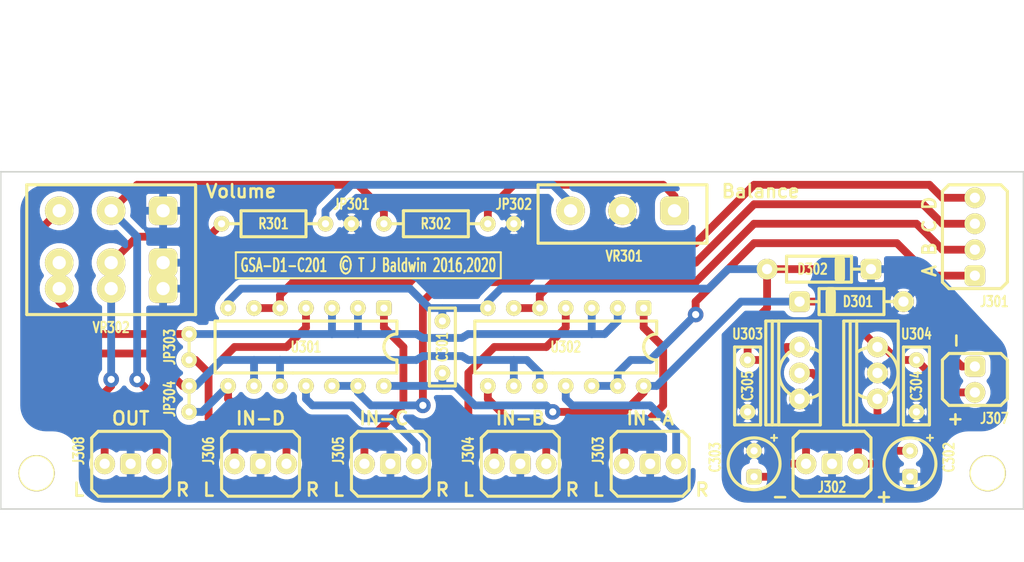
<source format=kicad_pcb>
(kicad_pcb (version 20171130) (host pcbnew 5.1.6-c6e7f7d~87~ubuntu18.04.1)

  (general
    (thickness 1.6)
    (drawings 33)
    (tracks 220)
    (zones 0)
    (modules 29)
    (nets 25)
  )

  (page A4)
  (title_block
    (title Diamond-1)
    (date "May 2020")
    (rev 2.0.1)
    (company "Gemstone Amplication")
    (comment 1 "© Tim Baldwin 2016,2020")
    (comment 2 GSA-D1-C201)
    (comment 3 "Pre-Amp Controls and Input Switching")
    (comment 4 "Stereo Amplifier")
  )

  (layers
    (0 F.Cu signal)
    (31 B.Cu signal)
    (32 B.Adhes user hide)
    (33 F.Adhes user hide)
    (34 B.Paste user hide)
    (35 F.Paste user hide)
    (36 B.SilkS user)
    (37 F.SilkS user)
    (38 B.Mask user)
    (39 F.Mask user)
    (40 Dwgs.User user)
    (41 Cmts.User user hide)
    (42 Eco1.User user hide)
    (43 Eco2.User user hide)
    (44 Edge.Cuts user)
    (45 Margin user hide)
    (46 B.CrtYd user hide)
    (47 F.CrtYd user hide)
    (48 B.Fab user hide)
    (49 F.Fab user hide)
  )

  (setup
    (last_trace_width 0.25)
    (trace_clearance 0.2)
    (zone_clearance 0.508)
    (zone_45_only no)
    (trace_min 0.2)
    (via_size 0.8)
    (via_drill 0.4)
    (via_min_size 0.4)
    (via_min_drill 0.3)
    (uvia_size 0.3)
    (uvia_drill 0.1)
    (uvias_allowed no)
    (uvia_min_size 0.2)
    (uvia_min_drill 0.1)
    (edge_width 0.05)
    (segment_width 0.2)
    (pcb_text_width 0.3)
    (pcb_text_size 1.5 1.5)
    (mod_edge_width 0.12)
    (mod_text_size 1 1)
    (mod_text_width 0.15)
    (pad_size 2.032 2.032)
    (pad_drill 1)
    (pad_to_mask_clearance 0.05)
    (aux_axis_origin 100 80)
    (grid_origin 100 80)
    (visible_elements FFFFFF7F)
    (pcbplotparams
      (layerselection 0x010fc_ffffffff)
      (usegerberextensions false)
      (usegerberattributes true)
      (usegerberadvancedattributes true)
      (creategerberjobfile true)
      (excludeedgelayer true)
      (linewidth 0.100000)
      (plotframeref false)
      (viasonmask false)
      (mode 1)
      (useauxorigin false)
      (hpglpennumber 1)
      (hpglpenspeed 20)
      (hpglpendiameter 15.000000)
      (psnegative false)
      (psa4output false)
      (plotreference true)
      (plotvalue true)
      (plotinvisibletext false)
      (padsonsilk false)
      (subtractmaskfromsilk false)
      (outputformat 1)
      (mirror false)
      (drillshape 1)
      (scaleselection 1)
      (outputdirectory ""))
  )

  (net 0 "")
  (net 1 /V-)
  (net 2 /V+)
  (net 3 /Vin+)
  (net 4 /GND-P)
  (net 5 /Vin-)
  (net 6 /A)
  (net 7 /B)
  (net 8 /C)
  (net 9 /D)
  (net 10 /A-R)
  (net 11 /GND-S)
  (net 12 /A-L)
  (net 13 /B-R)
  (net 14 /B-L)
  (net 15 /C-R)
  (net 16 /C-L)
  (net 17 /D-R)
  (net 18 /D-L)
  (net 19 /R-Out)
  (net 20 /L-Out)
  (net 21 /L)
  (net 22 /R)
  (net 23 "Net-(R301-Pad2)")
  (net 24 "Net-(R302-Pad1)")

  (net_class Default "This is the default net class."
    (clearance 0.2)
    (trace_width 0.25)
    (via_dia 0.8)
    (via_drill 0.4)
    (uvia_dia 0.3)
    (uvia_drill 0.1)
    (add_net /A)
    (add_net /A-L)
    (add_net /A-R)
    (add_net /B)
    (add_net /B-L)
    (add_net /B-R)
    (add_net /C)
    (add_net /C-L)
    (add_net /C-R)
    (add_net /D)
    (add_net /D-L)
    (add_net /D-R)
    (add_net /GND-P)
    (add_net /GND-S)
    (add_net /L)
    (add_net /L-Out)
    (add_net /R)
    (add_net /R-Out)
    (add_net /V+)
    (add_net /V-)
    (add_net /Vin+)
    (add_net /Vin-)
    (add_net "Net-(R301-Pad2)")
    (add_net "Net-(R302-Pad1)")
  )

  (module gsa:RECT10 (layer F.Cu) (tedit 5F14A1F6) (tstamp 5ECBDB8D)
    (at 183.185 92.7)
    (path /5A85ED09)
    (fp_text reference D301 (at 0.635 0) (layer F.SilkS)
      (effects (font (size 1.016 0.762) (thickness 0.1905)))
    )
    (fp_text value 1N4001 (at 0 -2.54) (layer F.Fab)
      (effects (font (size 1.016 1.016) (thickness 0.1905)))
    )
    (fp_line (start -2.032 -0.889) (end -2.032 0.889) (layer F.SilkS) (width 1.016))
    (fp_line (start -1.778 1.27) (end -2.286 1.27) (layer F.SilkS) (width 0.3048))
    (fp_line (start -2.286 -1.27) (end -1.778 -1.27) (layer F.SilkS) (width 0.3048))
    (fp_line (start 3.175 0) (end 5.08 0) (layer F.SilkS) (width 0.3048))
    (fp_line (start -3.175 0) (end -5.08 0) (layer F.SilkS) (width 0.3048))
    (fp_line (start 3.175 -1.27) (end 3.175 1.27) (layer F.SilkS) (width 0.3048))
    (fp_line (start 3.175 1.27) (end -3.175 1.27) (layer F.SilkS) (width 0.3048))
    (fp_line (start -3.175 1.27) (end -3.175 -1.27) (layer F.SilkS) (width 0.3048))
    (fp_line (start -3.175 -1.27) (end 3.175 -1.27) (layer F.SilkS) (width 0.3048))
    (pad k thru_hole roundrect (at -5.08 0) (size 2.032 2.032) (drill 1) (layers *.Cu *.Mask F.SilkS) (roundrect_rratio 0.25)
      (net 2 /V+))
    (pad a thru_hole circle (at 5.08 0) (size 2.032 2.032) (drill 1) (layers *.Cu *.Mask F.SilkS)
      (net 4 /GND-P))
    (model ${GSALIB}/gsa.3d/diode-r10.wrl
      (at (xyz 0 0 0))
      (scale (xyz 1 1 1))
      (rotate (xyz 0 0 0))
    )
  )

  (module gsa:RECT10 (layer F.Cu) (tedit 5F14A1F6) (tstamp 5ECBDC05)
    (at 180.01 89.525 180)
    (path /5A85ED0A)
    (fp_text reference D302 (at 0.635 0) (layer F.SilkS)
      (effects (font (size 1.016 0.762) (thickness 0.1905)))
    )
    (fp_text value 1N4001 (at 0 -2.54) (layer F.Fab)
      (effects (font (size 1.016 1.016) (thickness 0.1905)))
    )
    (fp_line (start -2.032 -0.889) (end -2.032 0.889) (layer F.SilkS) (width 1.016))
    (fp_line (start -1.778 1.27) (end -2.286 1.27) (layer F.SilkS) (width 0.3048))
    (fp_line (start -2.286 -1.27) (end -1.778 -1.27) (layer F.SilkS) (width 0.3048))
    (fp_line (start 3.175 0) (end 5.08 0) (layer F.SilkS) (width 0.3048))
    (fp_line (start -3.175 0) (end -5.08 0) (layer F.SilkS) (width 0.3048))
    (fp_line (start 3.175 -1.27) (end 3.175 1.27) (layer F.SilkS) (width 0.3048))
    (fp_line (start 3.175 1.27) (end -3.175 1.27) (layer F.SilkS) (width 0.3048))
    (fp_line (start -3.175 1.27) (end -3.175 -1.27) (layer F.SilkS) (width 0.3048))
    (fp_line (start -3.175 -1.27) (end 3.175 -1.27) (layer F.SilkS) (width 0.3048))
    (pad k thru_hole roundrect (at -5.08 0 180) (size 2.032 2.032) (drill 1) (layers *.Cu *.Mask F.SilkS) (roundrect_rratio 0.25)
      (net 4 /GND-P))
    (pad a thru_hole circle (at 5.08 0 180) (size 2.032 2.032) (drill 1) (layers *.Cu *.Mask F.SilkS)
      (net 1 /V-))
    (model ${GSALIB}/gsa.3d/diode-r10.wrl
      (at (xyz 0 0 0))
      (scale (xyz 1 1 1))
      (rotate (xyz 0 0 0))
    )
  )

  (module gsa:POT-DUAL (layer F.Cu) (tedit 5EC8E312) (tstamp 5ECBDA73)
    (at 110.795 83.81 180)
    (path /5A85ECFC)
    (fp_text reference VR302 (at 0 -11.43) (layer F.SilkS)
      (effects (font (size 1.016 0.762) (thickness 0.1905)))
    )
    (fp_text value 100k (at 0 -11.43 180) (layer F.Fab)
      (effects (font (size 1.016 1.016) (thickness 0.1905)))
    )
    (fp_line (start 8.255 -10.16) (end -8.255 -10.16) (layer F.SilkS) (width 0.3048))
    (fp_line (start -5.08 12.7) (end -5.08 6.35) (layer Dwgs.User) (width 0.3048))
    (fp_line (start 5.08 12.7) (end -5.08 12.7) (layer Dwgs.User) (width 0.3048))
    (fp_line (start 5.08 6.35) (end 5.08 12.7) (layer Dwgs.User) (width 0.3048))
    (fp_line (start -3.175 15.24) (end -3.175 12.7) (layer Dwgs.User) (width 0.3048))
    (fp_line (start 3.175 15.24) (end -3.175 15.24) (layer Dwgs.User) (width 0.3048))
    (fp_line (start 3.175 12.7) (end 3.175 15.24) (layer Dwgs.User) (width 0.3048))
    (fp_line (start 8.255 2.54) (end -8.255 2.54) (layer F.SilkS) (width 0.3048))
    (fp_line (start 8.255 6.35) (end -8.255 6.35) (layer Dwgs.User) (width 0.3048))
    (fp_line (start 8.255 6.35) (end 8.255 2.54) (layer Dwgs.User) (width 0.3048))
    (fp_line (start -8.255 6.35) (end -8.255 2.54) (layer Dwgs.User) (width 0.3048))
    (fp_line (start 8.255 2.54) (end 8.255 -10.16) (layer F.SilkS) (width 0.3048))
    (fp_line (start -8.255 2.54) (end -8.255 -10.16) (layer F.SilkS) (width 0.3048))
    (fp_line (start 8.255 3.81) (end -8.255 3.81) (layer Dwgs.User) (width 0.3048))
    (pad 3 thru_hole circle (at 5.08 0 180) (size 2.794 2.794) (drill 1.3) (layers *.Cu *.Mask F.SilkS)
      (net 22 /R))
    (pad 1 thru_hole roundrect (at -5.08 0 180) (size 2.794 2.794) (drill 1.3) (layers *.Cu *.Mask F.SilkS) (roundrect_rratio 0.25)
      (net 11 /GND-S))
    (pad 2 thru_hole circle (at 0 0 180) (size 2.794 2.794) (drill 1.3) (layers *.Cu *.Mask F.SilkS)
      (net 19 /R-Out))
    (pad 5 thru_hole circle (at 0 -7.62 180) (size 2.794 2.794) (drill 1.3) (layers *.Cu *.Mask F.SilkS)
      (net 20 /L-Out))
    (pad 4 thru_hole roundrect (at -5.08 -7.62 180) (size 2.794 2.794) (drill 1.3) (layers *.Cu *.Mask F.SilkS) (roundrect_rratio 0.25)
      (net 11 /GND-S))
    (pad 6 thru_hole circle (at 5.08 -5.08 180) (size 2.794 2.794) (drill 1.3) (layers *.Cu *.Mask F.SilkS)
      (net 21 /L))
    (pad 6 thru_hole circle (at 5.08 -7.62 180) (size 2.794 2.794) (drill 1.3) (layers *.Cu *.Mask F.SilkS)
      (net 21 /L))
    (pad 5 thru_hole circle (at 0 -5.08 180) (size 2.794 2.794) (drill 1.3) (layers *.Cu *.Mask F.SilkS)
      (net 20 /L-Out))
    (pad 4 thru_hole roundrect (at -5.08 -5.08 180) (size 2.794 2.794) (drill 1.3) (layers *.Cu *.Mask F.SilkS) (roundrect_rratio 0.25)
      (net 11 /GND-S))
    (model ${GSALIB}/gsa.3d/pot-omeg-d.wrl
      (at (xyz 0 0 0))
      (scale (xyz 1 1 1))
      (rotate (xyz 0 0 0))
    )
  )

  (module gsa:MOLEX3 (layer F.Cu) (tedit 5ED239BD) (tstamp 5ECBD8D8)
    (at 163.5 108.575 180)
    (path /5A85ED12)
    (fp_text reference J303 (at 5.08 1.27 90) (layer F.SilkS)
      (effects (font (size 1.016 0.762) (thickness 0.1905)))
    )
    (fp_text value CONN-3 (at 0 -4.445) (layer F.Fab)
      (effects (font (size 1.016 1.016) (thickness 0.1905)))
    )
    (fp_line (start -3.175 3.175) (end 3.175 3.175) (layer F.SilkS) (width 0.3048))
    (fp_line (start 3.81 2.54) (end 3.81 -2.54) (layer F.SilkS) (width 0.3048))
    (fp_line (start 3.175 -3.175) (end -3.175 -3.175) (layer F.SilkS) (width 0.3048))
    (fp_line (start -3.81 2.54) (end -3.81 -2.54) (layer F.SilkS) (width 0.3048))
    (fp_line (start -3.175 -3.175) (end -3.81 -2.54) (layer F.SilkS) (width 0.3048))
    (fp_line (start -3.81 2.54) (end -3.175 3.175) (layer F.SilkS) (width 0.3048))
    (fp_line (start 3.175 3.175) (end 3.81 2.54) (layer F.SilkS) (width 0.3048))
    (fp_line (start 3.175 -3.175) (end 3.81 -2.54) (layer F.SilkS) (width 0.3048))
    (pad 3 thru_hole circle (at 2.54 0 180) (size 2.032 2.032) (drill 1) (layers *.Cu *.Mask F.SilkS)
      (net 12 /A-L))
    (pad 2 thru_hole roundrect (at 0 0 180) (size 2.032 2.032) (drill 1) (layers *.Cu *.Mask F.SilkS) (roundrect_rratio 0.25)
      (net 11 /GND-S))
    (pad 1 thru_hole circle (at -2.54 0 180) (size 2.032 2.032) (drill 1) (layers *.Cu *.Mask F.SilkS)
      (net 10 /A-R))
    (model ${GSALIB}/gsa.3d/conn3.wrl
      (at (xyz 0 0 0))
      (scale (xyz 1 1 1))
      (rotate (xyz 0 0 0))
    )
  )

  (module gsa:MOLEX3 (layer F.Cu) (tedit 5ED2397C) (tstamp 5ECBDAB5)
    (at 125.4 108.575 180)
    (path /5A85ED0F)
    (fp_text reference J306 (at 5.08 1.27 90) (layer F.SilkS)
      (effects (font (size 1.016 0.762) (thickness 0.1905)))
    )
    (fp_text value CONN-3 (at 0 -4.445) (layer F.Fab)
      (effects (font (size 1.016 1.016) (thickness 0.1905)))
    )
    (fp_line (start -3.175 3.175) (end 3.175 3.175) (layer F.SilkS) (width 0.3048))
    (fp_line (start 3.81 2.54) (end 3.81 -2.54) (layer F.SilkS) (width 0.3048))
    (fp_line (start 3.175 -3.175) (end -3.175 -3.175) (layer F.SilkS) (width 0.3048))
    (fp_line (start -3.81 2.54) (end -3.81 -2.54) (layer F.SilkS) (width 0.3048))
    (fp_line (start -3.175 -3.175) (end -3.81 -2.54) (layer F.SilkS) (width 0.3048))
    (fp_line (start -3.81 2.54) (end -3.175 3.175) (layer F.SilkS) (width 0.3048))
    (fp_line (start 3.175 3.175) (end 3.81 2.54) (layer F.SilkS) (width 0.3048))
    (fp_line (start 3.175 -3.175) (end 3.81 -2.54) (layer F.SilkS) (width 0.3048))
    (pad 3 thru_hole circle (at 2.54 0 180) (size 2.032 2.032) (drill 1) (layers *.Cu *.Mask F.SilkS)
      (net 18 /D-L))
    (pad 2 thru_hole roundrect (at 0 0 180) (size 2.032 2.032) (drill 1) (layers *.Cu *.Mask F.SilkS) (roundrect_rratio 0.25)
      (net 11 /GND-S))
    (pad 1 thru_hole circle (at -2.54 0 180) (size 2.032 2.032) (drill 1) (layers *.Cu *.Mask F.SilkS)
      (net 17 /D-R))
    (model ${GSALIB}/gsa.3d/conn3.wrl
      (at (xyz 0 0 0))
      (scale (xyz 1 1 1))
      (rotate (xyz 0 0 0))
    )
  )

  (module gsa:MOLEX3 (layer F.Cu) (tedit 5ED2396B) (tstamp 5ECBD9F5)
    (at 112.7 108.575 180)
    (path /5A85ED0E)
    (fp_text reference J308 (at 5.08 1.27 90) (layer F.SilkS)
      (effects (font (size 1.016 0.762) (thickness 0.1905)))
    )
    (fp_text value CONN-3 (at 0 -4.445) (layer F.Fab)
      (effects (font (size 1.016 1.016) (thickness 0.1905)))
    )
    (fp_line (start -3.175 3.175) (end 3.175 3.175) (layer F.SilkS) (width 0.3048))
    (fp_line (start 3.81 2.54) (end 3.81 -2.54) (layer F.SilkS) (width 0.3048))
    (fp_line (start 3.175 -3.175) (end -3.175 -3.175) (layer F.SilkS) (width 0.3048))
    (fp_line (start -3.81 2.54) (end -3.81 -2.54) (layer F.SilkS) (width 0.3048))
    (fp_line (start -3.175 -3.175) (end -3.81 -2.54) (layer F.SilkS) (width 0.3048))
    (fp_line (start -3.81 2.54) (end -3.175 3.175) (layer F.SilkS) (width 0.3048))
    (fp_line (start 3.175 3.175) (end 3.81 2.54) (layer F.SilkS) (width 0.3048))
    (fp_line (start 3.175 -3.175) (end 3.81 -2.54) (layer F.SilkS) (width 0.3048))
    (pad 3 thru_hole circle (at 2.54 0 180) (size 2.032 2.032) (drill 1) (layers *.Cu *.Mask F.SilkS)
      (net 20 /L-Out))
    (pad 2 thru_hole roundrect (at 0 0 180) (size 2.032 2.032) (drill 1) (layers *.Cu *.Mask F.SilkS) (roundrect_rratio 0.25)
      (net 11 /GND-S))
    (pad 1 thru_hole circle (at -2.54 0 180) (size 2.032 2.032) (drill 1) (layers *.Cu *.Mask F.SilkS)
      (net 19 /R-Out))
    (model ${GSALIB}/gsa.3d/conn3.wrl
      (at (xyz 0 0 0))
      (scale (xyz 1 1 1))
      (rotate (xyz 0 0 0))
    )
  )

  (module gsa:MOLEX3 (layer F.Cu) (tedit 5ED239AE) (tstamp 5ECBDAFA)
    (at 150.8 108.575 180)
    (path /5A85ED11)
    (fp_text reference J304 (at 5.08 1.27 90) (layer F.SilkS)
      (effects (font (size 1.016 0.762) (thickness 0.1905)))
    )
    (fp_text value CONN-3 (at 0 -4.445) (layer F.Fab)
      (effects (font (size 1.016 1.016) (thickness 0.1905)))
    )
    (fp_line (start -3.175 3.175) (end 3.175 3.175) (layer F.SilkS) (width 0.3048))
    (fp_line (start 3.81 2.54) (end 3.81 -2.54) (layer F.SilkS) (width 0.3048))
    (fp_line (start 3.175 -3.175) (end -3.175 -3.175) (layer F.SilkS) (width 0.3048))
    (fp_line (start -3.81 2.54) (end -3.81 -2.54) (layer F.SilkS) (width 0.3048))
    (fp_line (start -3.175 -3.175) (end -3.81 -2.54) (layer F.SilkS) (width 0.3048))
    (fp_line (start -3.81 2.54) (end -3.175 3.175) (layer F.SilkS) (width 0.3048))
    (fp_line (start 3.175 3.175) (end 3.81 2.54) (layer F.SilkS) (width 0.3048))
    (fp_line (start 3.175 -3.175) (end 3.81 -2.54) (layer F.SilkS) (width 0.3048))
    (pad 3 thru_hole circle (at 2.54 0 180) (size 2.032 2.032) (drill 1) (layers *.Cu *.Mask F.SilkS)
      (net 14 /B-L))
    (pad 2 thru_hole roundrect (at 0 0 180) (size 2.032 2.032) (drill 1) (layers *.Cu *.Mask F.SilkS) (roundrect_rratio 0.25)
      (net 11 /GND-S))
    (pad 1 thru_hole circle (at -2.54 0 180) (size 2.032 2.032) (drill 1) (layers *.Cu *.Mask F.SilkS)
      (net 13 /B-R))
    (model ${GSALIB}/gsa.3d/conn3.wrl
      (at (xyz 0 0 0))
      (scale (xyz 1 1 1))
      (rotate (xyz 0 0 0))
    )
  )

  (module gsa:MOLEX2 (layer F.Cu) (tedit 5ED22599) (tstamp 5ECBDA30)
    (at 195.25 100.32 270)
    (path /5A85ECFF)
    (fp_text reference J307 (at 3.81 -1.905 180) (layer F.SilkS)
      (effects (font (size 1.016 0.762) (thickness 0.1905)))
    )
    (fp_text value CONN-2 (at 0 -4.445 90) (layer F.Fab)
      (effects (font (size 1.016 1.016) (thickness 0.1905)))
    )
    (fp_line (start 2.54 -2.54) (end 2.54 2.54) (layer F.SilkS) (width 0.3048))
    (fp_line (start 1.905 3.175) (end -1.905 3.175) (layer F.SilkS) (width 0.3048))
    (fp_line (start -2.54 2.54) (end -2.54 -2.54) (layer F.SilkS) (width 0.3048))
    (fp_line (start -1.905 -3.175) (end 1.905 -3.175) (layer F.SilkS) (width 0.3048))
    (fp_line (start -1.905 -3.175) (end -2.54 -2.54) (layer F.SilkS) (width 0.3048))
    (fp_line (start -2.54 2.54) (end -1.905 3.175) (layer F.SilkS) (width 0.3048))
    (fp_line (start 1.905 3.175) (end 2.54 2.54) (layer F.SilkS) (width 0.3048))
    (fp_line (start 1.905 -3.175) (end 2.54 -2.54) (layer F.SilkS) (width 0.3048))
    (pad 2 thru_hole circle (at 1.27 0 270) (size 2.032 2.032) (drill 1) (layers *.Cu *.Mask F.SilkS)
      (net 2 /V+))
    (pad 1 thru_hole roundrect (at -1.27 0 270) (size 2.032 2.032) (drill 1) (layers *.Cu *.Mask F.SilkS) (roundrect_rratio 0.25)
      (net 1 /V-))
    (model ${GSALIB}/gsa.3d/conn2.wrl
      (at (xyz 0 0 0))
      (scale (xyz 1 1 1))
      (rotate (xyz 0 0 0))
    )
  )

  (module gsa:MOLEX3 (layer F.Cu) (tedit 5ED2398F) (tstamp 5ECBD947)
    (at 138.1 108.575 180)
    (path /5A85ED10)
    (fp_text reference J305 (at 5.08 1.27 90) (layer F.SilkS)
      (effects (font (size 1.016 0.762) (thickness 0.1905)))
    )
    (fp_text value CONN-3 (at 0 -4.445) (layer F.Fab)
      (effects (font (size 1.016 1.016) (thickness 0.1905)))
    )
    (fp_line (start -3.175 3.175) (end 3.175 3.175) (layer F.SilkS) (width 0.3048))
    (fp_line (start 3.81 2.54) (end 3.81 -2.54) (layer F.SilkS) (width 0.3048))
    (fp_line (start 3.175 -3.175) (end -3.175 -3.175) (layer F.SilkS) (width 0.3048))
    (fp_line (start -3.81 2.54) (end -3.81 -2.54) (layer F.SilkS) (width 0.3048))
    (fp_line (start -3.175 -3.175) (end -3.81 -2.54) (layer F.SilkS) (width 0.3048))
    (fp_line (start -3.81 2.54) (end -3.175 3.175) (layer F.SilkS) (width 0.3048))
    (fp_line (start 3.175 3.175) (end 3.81 2.54) (layer F.SilkS) (width 0.3048))
    (fp_line (start 3.175 -3.175) (end 3.81 -2.54) (layer F.SilkS) (width 0.3048))
    (pad 3 thru_hole circle (at 2.54 0 180) (size 2.032 2.032) (drill 1) (layers *.Cu *.Mask F.SilkS)
      (net 16 /C-L))
    (pad 2 thru_hole roundrect (at 0 0 180) (size 2.032 2.032) (drill 1) (layers *.Cu *.Mask F.SilkS) (roundrect_rratio 0.25)
      (net 11 /GND-S))
    (pad 1 thru_hole circle (at -2.54 0 180) (size 2.032 2.032) (drill 1) (layers *.Cu *.Mask F.SilkS)
      (net 15 /C-R))
    (model ${GSALIB}/gsa.3d/conn3.wrl
      (at (xyz 0 0 0))
      (scale (xyz 1 1 1))
      (rotate (xyz 0 0 0))
    )
  )

  (module gsa:PAD07 (layer F.Cu) (tedit 5EC81144) (tstamp 5ECBDB23)
    (at 134.29 85.08)
    (path /5EBA01AE)
    (fp_text reference JP301 (at 0 -1.905) (layer F.SilkS)
      (effects (font (size 1.016 0.762) (thickness 0.1905)))
    )
    (fp_text value PAD (at 0 1.905) (layer F.Fab)
      (effects (font (size 1.016 1.016) (thickness 0.1905)))
    )
    (pad 0 thru_hole circle (at 0 0) (size 1.524 1.524) (drill 0.7) (layers *.Cu *.Mask F.SilkS)
      (net 11 /GND-S))
  )

  (module gsa:DIL14 (layer F.Cu) (tedit 5ED22528) (tstamp 5ECBD97D)
    (at 155.245 97.145 180)
    (path /5A85ECFB)
    (fp_text reference U302 (at 0 0) (layer F.SilkS)
      (effects (font (size 1.016 0.762) (thickness 0.1905)))
    )
    (fp_text value 4066 (at 0 -6.35) (layer F.Fab)
      (effects (font (size 1.016 1.016) (thickness 0.1905)))
    )
    (fp_line (start 1.27 2.54) (end 8.89 2.54) (layer F.SilkS) (width 0.3048))
    (fp_line (start 1.27 -2.54) (end 8.89 -2.54) (layer F.SilkS) (width 0.3048))
    (fp_line (start 8.89 -2.54) (end 8.89 2.54) (layer F.SilkS) (width 0.3048))
    (fp_line (start -8.89 -2.54) (end -8.89 -1.27) (layer F.SilkS) (width 0.3048))
    (fp_line (start -8.89 -2.54) (end 1.27 -2.54) (layer F.SilkS) (width 0.3048))
    (fp_line (start 1.27 2.54) (end -8.89 2.54) (layer F.SilkS) (width 0.3048))
    (fp_line (start -8.89 2.54) (end -8.89 1.27) (layer F.SilkS) (width 0.3048))
    (fp_arc (start -8.89 0) (end -8.89 -1.27) (angle 90) (layer F.SilkS) (width 0.3048))
    (fp_arc (start -8.89 0) (end -7.62 0) (angle 90) (layer F.SilkS) (width 0.3048))
    (pad 11 thru_hole circle (at 0 -3.81 180) (size 1.524 1.524) (drill 0.7) (layers *.Cu *.Mask F.SilkS)
      (net 10 /A-R))
    (pad 12 thru_hole circle (at -2.54 -3.81 180) (size 1.524 1.524) (drill 0.7) (layers *.Cu *.Mask F.SilkS)
      (net 6 /A))
    (pad 13 thru_hole circle (at -5.08 -3.81 180) (size 1.524 1.524) (drill 0.7) (layers *.Cu *.Mask F.SilkS)
      (net 6 /A))
    (pad 14 thru_hole circle (at -7.62 -3.81 180) (size 1.524 1.524) (drill 0.7) (layers *.Cu *.Mask F.SilkS)
      (net 2 /V+))
    (pad 1 thru_hole roundrect (at -7.62 3.81 180) (size 1.524 1.524) (drill 0.7) (layers *.Cu *.Mask F.SilkS) (roundrect_rratio 0.25)
      (net 12 /A-L))
    (pad 2 thru_hole circle (at -5.08 3.81 180) (size 1.524 1.524) (drill 0.7) (layers *.Cu *.Mask F.SilkS)
      (net 21 /L))
    (pad 3 thru_hole circle (at -2.54 3.81 180) (size 1.524 1.524) (drill 0.7) (layers *.Cu *.Mask F.SilkS)
      (net 21 /L))
    (pad 4 thru_hole circle (at 0 3.81 180) (size 1.524 1.524) (drill 0.7) (layers *.Cu *.Mask F.SilkS)
      (net 14 /B-L))
    (pad 6 thru_hole circle (at 5.08 3.81 180) (size 1.524 1.524) (drill 0.7) (layers *.Cu *.Mask F.SilkS)
      (net 7 /B))
    (pad 5 thru_hole circle (at 2.54 3.81 180) (size 1.524 1.524) (drill 0.7) (layers *.Cu *.Mask F.SilkS)
      (net 7 /B))
    (pad 10 thru_hole circle (at 2.54 -3.81 180) (size 1.524 1.524) (drill 0.7) (layers *.Cu *.Mask F.SilkS)
      (net 22 /R))
    (pad 9 thru_hole circle (at 5.08 -3.81 180) (size 1.524 1.524) (drill 0.7) (layers *.Cu *.Mask F.SilkS)
      (net 22 /R))
    (pad 8 thru_hole circle (at 7.62 -3.81 180) (size 1.524 1.524) (drill 0.7) (layers *.Cu *.Mask F.SilkS)
      (net 13 /B-R))
    (pad 7 thru_hole circle (at 7.62 3.81 180) (size 1.524 1.524) (drill 0.7) (layers *.Cu *.Mask F.SilkS)
      (net 1 /V-))
    (model ${GSALIB}/gsa.3d/dil14.wrl
      (at (xyz 0 0 0))
      (scale (xyz 1 1 1))
      (rotate (xyz 0 0 0))
    )
  )

  (module gsa:CAP725 (layer F.Cu) (tedit 5EC3028B) (tstamp 5ECBDADA)
    (at 173.025 100.955 270)
    (path /5A85ED08)
    (fp_text reference C305 (at 0 0 90) (layer F.SilkS)
      (effects (font (size 1.016 0.762) (thickness 0.1905)))
    )
    (fp_text value 100n (at 0 -2.54 90) (layer F.Fab)
      (effects (font (size 1.016 1.016) (thickness 0.1905)))
    )
    (fp_line (start -3.81 -1.27) (end 3.81 -1.27) (layer F.SilkS) (width 0.3048))
    (fp_line (start -3.81 1.27) (end -3.81 -1.27) (layer F.SilkS) (width 0.3048))
    (fp_line (start 3.81 1.27) (end -3.81 1.27) (layer F.SilkS) (width 0.3048))
    (fp_line (start 3.81 -1.27) (end 3.81 1.27) (layer F.SilkS) (width 0.3048))
    (pad 2 thru_hole circle (at 2.54 0 270) (size 1.524 1.524) (drill 0.7) (layers *.Cu *.Mask F.SilkS)
      (net 4 /GND-P))
    (pad 1 thru_hole circle (at -2.54 0 270) (size 1.524 1.524) (drill 0.7) (layers *.Cu *.Mask F.SilkS)
      (net 1 /V-))
    (model ${GSALIB}/gsa.3d/cap725.wrl
      (at (xyz 0 0 0))
      (scale (xyz 1 1 1))
      (rotate (xyz 0 0 0))
    )
  )

  (module gsa:DIL14 (layer F.Cu) (tedit 5ED22528) (tstamp 5ECBD872)
    (at 129.845 97.145 180)
    (path /5A85ECF9)
    (fp_text reference U301 (at 0 0) (layer F.SilkS)
      (effects (font (size 1.016 0.762) (thickness 0.1905)))
    )
    (fp_text value 4066 (at 0 -6.35) (layer F.Fab)
      (effects (font (size 1.016 1.016) (thickness 0.1905)))
    )
    (fp_line (start 1.27 2.54) (end 8.89 2.54) (layer F.SilkS) (width 0.3048))
    (fp_line (start 1.27 -2.54) (end 8.89 -2.54) (layer F.SilkS) (width 0.3048))
    (fp_line (start 8.89 -2.54) (end 8.89 2.54) (layer F.SilkS) (width 0.3048))
    (fp_line (start -8.89 -2.54) (end -8.89 -1.27) (layer F.SilkS) (width 0.3048))
    (fp_line (start -8.89 -2.54) (end 1.27 -2.54) (layer F.SilkS) (width 0.3048))
    (fp_line (start 1.27 2.54) (end -8.89 2.54) (layer F.SilkS) (width 0.3048))
    (fp_line (start -8.89 2.54) (end -8.89 1.27) (layer F.SilkS) (width 0.3048))
    (fp_arc (start -8.89 0) (end -8.89 -1.27) (angle 90) (layer F.SilkS) (width 0.3048))
    (fp_arc (start -8.89 0) (end -7.62 0) (angle 90) (layer F.SilkS) (width 0.3048))
    (pad 11 thru_hole circle (at 0 -3.81 180) (size 1.524 1.524) (drill 0.7) (layers *.Cu *.Mask F.SilkS)
      (net 15 /C-R))
    (pad 12 thru_hole circle (at -2.54 -3.81 180) (size 1.524 1.524) (drill 0.7) (layers *.Cu *.Mask F.SilkS)
      (net 8 /C))
    (pad 13 thru_hole circle (at -5.08 -3.81 180) (size 1.524 1.524) (drill 0.7) (layers *.Cu *.Mask F.SilkS)
      (net 8 /C))
    (pad 14 thru_hole circle (at -7.62 -3.81 180) (size 1.524 1.524) (drill 0.7) (layers *.Cu *.Mask F.SilkS)
      (net 2 /V+))
    (pad 1 thru_hole roundrect (at -7.62 3.81 180) (size 1.524 1.524) (drill 0.7) (layers *.Cu *.Mask F.SilkS) (roundrect_rratio 0.25)
      (net 16 /C-L))
    (pad 2 thru_hole circle (at -5.08 3.81 180) (size 1.524 1.524) (drill 0.7) (layers *.Cu *.Mask F.SilkS)
      (net 21 /L))
    (pad 3 thru_hole circle (at -2.54 3.81 180) (size 1.524 1.524) (drill 0.7) (layers *.Cu *.Mask F.SilkS)
      (net 21 /L))
    (pad 4 thru_hole circle (at 0 3.81 180) (size 1.524 1.524) (drill 0.7) (layers *.Cu *.Mask F.SilkS)
      (net 18 /D-L))
    (pad 6 thru_hole circle (at 5.08 3.81 180) (size 1.524 1.524) (drill 0.7) (layers *.Cu *.Mask F.SilkS)
      (net 9 /D))
    (pad 5 thru_hole circle (at 2.54 3.81 180) (size 1.524 1.524) (drill 0.7) (layers *.Cu *.Mask F.SilkS)
      (net 9 /D))
    (pad 10 thru_hole circle (at 2.54 -3.81 180) (size 1.524 1.524) (drill 0.7) (layers *.Cu *.Mask F.SilkS)
      (net 22 /R))
    (pad 9 thru_hole circle (at 5.08 -3.81 180) (size 1.524 1.524) (drill 0.7) (layers *.Cu *.Mask F.SilkS)
      (net 22 /R))
    (pad 8 thru_hole circle (at 7.62 -3.81 180) (size 1.524 1.524) (drill 0.7) (layers *.Cu *.Mask F.SilkS)
      (net 17 /D-R))
    (pad 7 thru_hole circle (at 7.62 3.81 180) (size 1.524 1.524) (drill 0.7) (layers *.Cu *.Mask F.SilkS)
      (net 1 /V-))
    (model ${GSALIB}/gsa.3d/dil14.wrl
      (at (xyz 0 0 0))
      (scale (xyz 1 1 1))
      (rotate (xyz 0 0 0))
    )
  )

  (module gsa:LINK2 (layer F.Cu) (tedit 5EC3059F) (tstamp 5ECBD903)
    (at 118.415 102.225 270)
    (path /5A85ED0D)
    (fp_text reference JP304 (at 0 1.905 90) (layer F.SilkS)
      (effects (font (size 1.016 0.762) (thickness 0.1905)))
    )
    (fp_text value LINK (at 0 -1.905 90) (layer F.Fab)
      (effects (font (size 1.016 1.016) (thickness 0.1905)))
    )
    (fp_line (start -1.27 0) (end 1.27 0) (layer F.SilkS) (width 0.3048))
    (pad 2 thru_hole circle (at 1.27 0 270) (size 1.524 1.524) (drill 0.7) (layers *.Cu *.Mask F.SilkS)
      (net 17 /D-R))
    (pad 1 thru_hole circle (at -1.27 0 270) (size 1.524 1.524) (drill 0.7) (layers *.Cu *.Mask F.SilkS)
      (net 22 /R))
    (model ${GSALIB}/gsa.3d/link2.wrl
      (at (xyz 0 0 0))
      (scale (xyz 1 1 1))
      (rotate (xyz 0 0 0))
    )
  )

  (module gsa:HOLE33 (layer F.Cu) (tedit 5EC30509) (tstamp 5ECBD832)
    (at 103.5 109.5)
    (path /5A85ED00)
    (fp_text reference H301 (at 0 3.175) (layer F.Fab)
      (effects (font (size 1.016 0.762) (thickness 0.1905)))
    )
    (fp_text value HOLE (at 0 -3.175) (layer F.Fab)
      (effects (font (size 1.016 1.016) (thickness 0.1905)))
    )
    (pad "" thru_hole circle (at 0 0) (size 3.556 3.556) (drill 3.300001) (layers *.Cu *.Mask F.SilkS))
  )

  (module gsa:HOLE33 (layer F.Cu) (tedit 5EC30509) (tstamp 5ECBD83E)
    (at 196.5 109.5)
    (path /5A85ED01)
    (fp_text reference H302 (at 0 3.175) (layer F.Fab)
      (effects (font (size 1.016 0.762) (thickness 0.1905)))
    )
    (fp_text value HOLE (at 0 -3.175) (layer F.Fab)
      (effects (font (size 1.016 1.016) (thickness 0.1905)))
    )
    (pad "" thru_hole circle (at 0 0) (size 3.556 3.556) (drill 3.300001) (layers *.Cu *.Mask F.SilkS))
  )

  (module gsa:CAP725 (layer F.Cu) (tedit 5EC3028B) (tstamp 5ECBD9BA)
    (at 189.535 100.955 90)
    (path /5A85ED07)
    (fp_text reference C304 (at 0 0 90) (layer F.SilkS)
      (effects (font (size 1.016 0.762) (thickness 0.1905)))
    )
    (fp_text value 100n (at 0 -2.54 90) (layer F.Fab)
      (effects (font (size 1.016 1.016) (thickness 0.1905)))
    )
    (fp_line (start -3.81 -1.27) (end 3.81 -1.27) (layer F.SilkS) (width 0.3048))
    (fp_line (start -3.81 1.27) (end -3.81 -1.27) (layer F.SilkS) (width 0.3048))
    (fp_line (start 3.81 1.27) (end -3.81 1.27) (layer F.SilkS) (width 0.3048))
    (fp_line (start 3.81 -1.27) (end 3.81 1.27) (layer F.SilkS) (width 0.3048))
    (pad 2 thru_hole circle (at 2.54 0 90) (size 1.524 1.524) (drill 0.7) (layers *.Cu *.Mask F.SilkS)
      (net 2 /V+))
    (pad 1 thru_hole circle (at -2.54 0 90) (size 1.524 1.524) (drill 0.7) (layers *.Cu *.Mask F.SilkS)
      (net 4 /GND-P))
    (model ${GSALIB}/gsa.3d/cap725.wrl
      (at (xyz 0 0 0))
      (scale (xyz 1 1 1))
      (rotate (xyz 0 0 0))
    )
  )

  (module gsa:ELEC5R (layer F.Cu) (tedit 5EC8EE19) (tstamp 5ECBD916)
    (at 173.66 108.575 90)
    (path /5A85ED06)
    (fp_text reference C303 (at 0.635 -3.81 90) (layer F.SilkS)
      (effects (font (size 1.016 0.762) (thickness 0.1905)))
    )
    (fp_text value 22u (at 0 -3.81 270) (layer F.Fab)
      (effects (font (size 1.016 1.016) (thickness 0.1905)))
    )
    (fp_circle (center 0 0) (end 2.54 0) (layer F.SilkS) (width 0.3048))
    (fp_text user + (at 2.54 1.905 270) (layer F.SilkS)
      (effects (font (size 0.762 0.762) (thickness 0.1905)))
    )
    (pad 1 thru_hole roundrect (at -1.27 0 90) (size 1.524 1.524) (drill 0.7) (layers *.Cu *.Mask F.SilkS) (roundrect_rratio 0.25)
      (net 5 /Vin-))
    (pad 2 thru_hole circle (at 1.27 0 90) (size 1.524 1.524) (drill 0.7) (layers *.Cu *.Mask F.SilkS)
      (net 4 /GND-P))
    (model ${GSALIB}/gsa.3d/elec5r.wrl
      (at (xyz 0 0 0))
      (scale (xyz 1 1 1))
      (rotate (xyz 0 0 0))
    )
  )

  (module gsa:REG78 (layer F.Cu) (tedit 5EC38834) (tstamp 5ECBD5D6)
    (at 185.725 99.685 90)
    (path /5A85ED03)
    (fp_text reference U304 (at 3.81 3.81 180) (layer F.SilkS)
      (effects (font (size 1.016 0.762) (thickness 0.1905)))
    )
    (fp_text value 7805 (at 0 -4.445 90) (layer F.Fab)
      (effects (font (size 1.016 1.016) (thickness 0.1905)))
    )
    (fp_line (start -5.08 -2.032) (end 5.08 -2.032) (layer F.SilkS) (width 0.3048))
    (fp_line (start -5.08 -3.302) (end -5.08 2.032) (layer F.SilkS) (width 0.3048))
    (fp_line (start 5.08 -3.302) (end 5.08 2.032) (layer F.SilkS) (width 0.3048))
    (fp_line (start -5.08 2.032) (end 5.08 2.032) (layer F.SilkS) (width 0.3048))
    (fp_line (start -5.08 -3.302) (end 5.08 -3.302) (layer F.SilkS) (width 0.3048))
    (fp_line (start -5.08 -2.667) (end 4.953 -2.667) (layer F.SilkS) (width 0.3048))
    (fp_arc (start 0 -0.508) (end 1.778 1.27) (angle 90) (layer F.SilkS) (width 0.3048))
    (fp_arc (start 0 -0.508) (end 1.778 1.27) (angle -80) (layer F.SilkS) (width 0.3048))
    (fp_arc (start 0 -0.508) (end -1.778 1.27) (angle 80) (layer F.SilkS) (width 0.3048))
    (pad 1 thru_hole circle (at -2.54 0 90) (size 2.032 2.032) (drill 1) (layers *.Cu *.Mask F.SilkS)
      (net 3 /Vin+))
    (pad 3 thru_hole circle (at 2.54 0 90) (size 2.032 2.032) (drill 1) (layers *.Cu *.Mask F.SilkS)
      (net 2 /V+))
    (pad 2 thru_hole circle (at 0 0 90) (size 2.032 2.032) (drill 1) (layers *.Cu *.Mask F.SilkS)
      (net 4 /GND-P))
    (model ${GSALIB}/gsa.3d/to220.wrl
      (at (xyz 0 0 0))
      (scale (xyz 1 1 1))
      (rotate (xyz 0 0 0))
    )
  )

  (module gsa:REG79 (layer F.Cu) (tedit 5EC38851) (tstamp 5ECBDB3A)
    (at 178.105 99.685 90)
    (path /5A85ED04)
    (fp_text reference U303 (at 3.81 -5.08 180) (layer F.SilkS)
      (effects (font (size 1.016 0.762) (thickness 0.1905)))
    )
    (fp_text value 7905 (at 0 -4.445 90) (layer F.Fab)
      (effects (font (size 1.016 1.016) (thickness 0.1905)))
    )
    (fp_line (start -5.08 -2.032) (end 5.08 -2.032) (layer F.SilkS) (width 0.3048))
    (fp_line (start -5.08 -3.302) (end -5.08 2.032) (layer F.SilkS) (width 0.3048))
    (fp_line (start 5.08 -3.302) (end 5.08 2.032) (layer F.SilkS) (width 0.3048))
    (fp_line (start -5.08 2.032) (end 5.08 2.032) (layer F.SilkS) (width 0.3048))
    (fp_line (start -5.08 -3.302) (end 5.08 -3.302) (layer F.SilkS) (width 0.3048))
    (fp_line (start -5.08 -2.667) (end 5.08 -2.667) (layer F.SilkS) (width 0.3048))
    (fp_arc (start 0 0.508) (end -1.778 -1.27) (angle 90) (layer F.SilkS) (width 0.3048))
    (fp_arc (start 0 0.508) (end 1.778 -1.27) (angle 80) (layer F.SilkS) (width 0.3048))
    (fp_arc (start 0 0.508) (end -1.778 -1.27) (angle -80) (layer F.SilkS) (width 0.3048))
    (pad 1 thru_hole circle (at -2.54 0 90) (size 2.032 2.032) (drill 1) (layers *.Cu *.Mask F.SilkS)
      (net 4 /GND-P))
    (pad 3 thru_hole circle (at 2.54 0 90) (size 2.032 2.032) (drill 1) (layers *.Cu *.Mask F.SilkS)
      (net 1 /V-))
    (pad 2 thru_hole circle (at 0 0 90) (size 2.032 2.032) (drill 1) (layers *.Cu *.Mask F.SilkS)
      (net 5 /Vin-))
    (model ${GSALIB}/gsa.3d/to220.wrl
      (at (xyz 0 0 0))
      (scale (xyz 1 1 1))
      (rotate (xyz 0 0 0))
    )
  )

  (module gsa:MOLEX3 (layer F.Cu) (tedit 5ED239D2) (tstamp 5ECBD608)
    (at 181.28 108.575)
    (path /5A85ED02)
    (fp_text reference J302 (at 0 2.286) (layer F.SilkS)
      (effects (font (size 1.016 0.762) (thickness 0.1905)))
    )
    (fp_text value CONN-3 (at 0 -4.445) (layer F.Fab)
      (effects (font (size 1.016 1.016) (thickness 0.1905)))
    )
    (fp_line (start -3.175 3.175) (end 3.175 3.175) (layer F.SilkS) (width 0.3048))
    (fp_line (start 3.81 2.54) (end 3.81 -2.54) (layer F.SilkS) (width 0.3048))
    (fp_line (start 3.175 -3.175) (end -3.175 -3.175) (layer F.SilkS) (width 0.3048))
    (fp_line (start -3.81 2.54) (end -3.81 -2.54) (layer F.SilkS) (width 0.3048))
    (fp_line (start -3.175 -3.175) (end -3.81 -2.54) (layer F.SilkS) (width 0.3048))
    (fp_line (start -3.81 2.54) (end -3.175 3.175) (layer F.SilkS) (width 0.3048))
    (fp_line (start 3.175 3.175) (end 3.81 2.54) (layer F.SilkS) (width 0.3048))
    (fp_line (start 3.175 -3.175) (end 3.81 -2.54) (layer F.SilkS) (width 0.3048))
    (pad 3 thru_hole circle (at 2.54 0) (size 2.032 2.032) (drill 1) (layers *.Cu *.Mask F.SilkS)
      (net 3 /Vin+))
    (pad 2 thru_hole roundrect (at 0 0) (size 2.032 2.032) (drill 1) (layers *.Cu *.Mask F.SilkS) (roundrect_rratio 0.25)
      (net 4 /GND-P))
    (pad 1 thru_hole circle (at -2.54 0) (size 2.032 2.032) (drill 1) (layers *.Cu *.Mask F.SilkS)
      (net 5 /Vin-))
    (model ${GSALIB}/gsa.3d/conn3.wrl
      (at (xyz 0 0 0))
      (scale (xyz 1 1 1))
      (rotate (xyz 0 0 0))
    )
  )

  (module gsa:LINK2 (layer F.Cu) (tedit 5EC3059F) (tstamp 5ECBD7CB)
    (at 118.415 97.145 270)
    (path /5A85ED0C)
    (fp_text reference JP303 (at 0 1.905 90) (layer F.SilkS)
      (effects (font (size 1.016 0.762) (thickness 0.1905)))
    )
    (fp_text value LINK (at 0 -1.905 90) (layer F.Fab)
      (effects (font (size 1.016 1.016) (thickness 0.1905)))
    )
    (fp_line (start -1.27 0) (end 1.27 0) (layer F.SilkS) (width 0.3048))
    (pad 2 thru_hole circle (at 1.27 0 270) (size 1.524 1.524) (drill 0.7) (layers *.Cu *.Mask F.SilkS)
      (net 18 /D-L))
    (pad 1 thru_hole circle (at -1.27 0 270) (size 1.524 1.524) (drill 0.7) (layers *.Cu *.Mask F.SilkS)
      (net 21 /L))
    (model ${GSALIB}/gsa.3d/link2.wrl
      (at (xyz 0 0 0))
      (scale (xyz 1 1 1))
      (rotate (xyz 0 0 0))
    )
  )

  (module gsa:POT-OMEG (layer F.Cu) (tedit 5EC834EC) (tstamp 5ECBD659)
    (at 160.795 83.81 180)
    (path /5A85ECFE)
    (fp_text reference VR301 (at -0.165 -4.445 180) (layer F.SilkS)
      (effects (font (size 1.016 0.762) (thickness 0.1905)))
    )
    (fp_text value 22k (at 0 -4.445 180) (layer F.Fab)
      (effects (font (size 1.016 1.016) (thickness 0.1905)))
    )
    (fp_line (start -8.255 2.54) (end 8.255 2.54) (layer F.SilkS) (width 0.3048))
    (fp_line (start 8.255 -3.175) (end -8.255 -3.175) (layer F.SilkS) (width 0.3048))
    (fp_line (start -5.08 12.7) (end -5.08 6.35) (layer Dwgs.User) (width 0.3048))
    (fp_line (start 5.08 12.7) (end -5.08 12.7) (layer Dwgs.User) (width 0.3048))
    (fp_line (start 5.08 6.35) (end 5.08 12.7) (layer Dwgs.User) (width 0.3048))
    (fp_line (start -3.175 15.24) (end -3.175 12.7) (layer Dwgs.User) (width 0.3048))
    (fp_line (start 3.175 15.24) (end -3.175 15.24) (layer Dwgs.User) (width 0.3048))
    (fp_line (start 3.175 12.7) (end 3.175 15.24) (layer Dwgs.User) (width 0.3048))
    (fp_line (start 8.255 2.54) (end 8.255 -3.175) (layer F.SilkS) (width 0.3048))
    (fp_line (start 8.255 6.35) (end -8.255 6.35) (layer Dwgs.User) (width 0.3048))
    (fp_line (start 8.255 6.35) (end 8.255 2.54) (layer Dwgs.User) (width 0.3048))
    (fp_line (start -8.255 6.35) (end -8.255 2.54) (layer Dwgs.User) (width 0.3048))
    (fp_line (start 8.255 3.81) (end -8.255 3.81) (layer Dwgs.User) (width 0.3048))
    (fp_line (start -8.255 2.54) (end -8.255 -3.175) (layer F.SilkS) (width 0.3048))
    (pad 3 thru_hole circle (at 5.08 0 180) (size 2.794 2.794) (drill 1.3) (layers *.Cu *.Mask F.SilkS)
      (net 23 "Net-(R301-Pad2)"))
    (pad 1 thru_hole roundrect (at -5.08 0 180) (size 2.794 2.794) (drill 1.3) (layers *.Cu *.Mask F.SilkS) (roundrect_rratio 0.25)
      (net 24 "Net-(R302-Pad1)"))
    (pad 2 thru_hole circle (at 0 0 180) (size 2.794 2.794) (drill 1.3) (layers *.Cu *.Mask F.SilkS)
      (net 11 /GND-S))
    (model ${GSALIB}/gsa.3d/pot-omeg.wrl
      (at (xyz 0 0 0))
      (scale (xyz 1 1 1))
      (rotate (xyz 0 0 0))
    )
  )

  (module gsa:ELEC5R (layer F.Cu) (tedit 5EC8EE19) (tstamp 5ECBD58C)
    (at 188.9 108.575 90)
    (path /5A85ED05)
    (fp_text reference C302 (at 0.635 3.81 270) (layer F.SilkS)
      (effects (font (size 1.016 0.762) (thickness 0.1905)))
    )
    (fp_text value 22u (at 0 -3.81 270) (layer F.Fab)
      (effects (font (size 1.016 1.016) (thickness 0.1905)))
    )
    (fp_circle (center 0 0) (end 2.54 0) (layer F.SilkS) (width 0.3048))
    (fp_text user + (at 2.54 1.905 270) (layer F.SilkS)
      (effects (font (size 0.762 0.762) (thickness 0.1905)))
    )
    (pad 1 thru_hole roundrect (at -1.27 0 90) (size 1.524 1.524) (drill 0.7) (layers *.Cu *.Mask F.SilkS) (roundrect_rratio 0.25)
      (net 4 /GND-P))
    (pad 2 thru_hole circle (at 1.27 0 90) (size 1.524 1.524) (drill 0.7) (layers *.Cu *.Mask F.SilkS)
      (net 3 /Vin+))
    (model ${GSALIB}/gsa.3d/elec5r.wrl
      (at (xyz 0 0 0))
      (scale (xyz 1 1 1))
      (rotate (xyz 0 0 0))
    )
  )

  (module gsa:CAP725 (layer F.Cu) (tedit 5EC3028B) (tstamp 5ECBD7EF)
    (at 143.18 97.145 270)
    (path /5A85ECFA)
    (fp_text reference C301 (at 0 0 90) (layer F.SilkS)
      (effects (font (size 1.016 0.762) (thickness 0.1905)))
    )
    (fp_text value 100n (at 0 -2.54 90) (layer F.Fab)
      (effects (font (size 1.016 1.016) (thickness 0.1905)))
    )
    (fp_line (start -3.81 -1.27) (end 3.81 -1.27) (layer F.SilkS) (width 0.3048))
    (fp_line (start -3.81 1.27) (end -3.81 -1.27) (layer F.SilkS) (width 0.3048))
    (fp_line (start 3.81 1.27) (end -3.81 1.27) (layer F.SilkS) (width 0.3048))
    (fp_line (start 3.81 -1.27) (end 3.81 1.27) (layer F.SilkS) (width 0.3048))
    (pad 2 thru_hole circle (at 2.54 0 270) (size 1.524 1.524) (drill 0.7) (layers *.Cu *.Mask F.SilkS)
      (net 2 /V+))
    (pad 1 thru_hole circle (at -2.54 0 270) (size 1.524 1.524) (drill 0.7) (layers *.Cu *.Mask F.SilkS)
      (net 1 /V-))
    (model ${GSALIB}/gsa.3d/cap725.wrl
      (at (xyz 0 0 0))
      (scale (xyz 1 1 1))
      (rotate (xyz 0 0 0))
    )
  )

  (module gsa:PAD07 (layer F.Cu) (tedit 5EC81144) (tstamp 5ECBD74E)
    (at 150.165 85.08)
    (path /5EBA128C)
    (fp_text reference JP302 (at 0 -1.905 180) (layer F.SilkS)
      (effects (font (size 1.016 0.762) (thickness 0.1905)))
    )
    (fp_text value PAD (at 0 1.905) (layer F.Fab)
      (effects (font (size 1.016 1.016) (thickness 0.1905)))
    )
    (pad 0 thru_hole circle (at 0 0) (size 1.524 1.524) (drill 0.7) (layers *.Cu *.Mask F.SilkS)
      (net 11 /GND-S))
  )

  (module gsa:MOLEX4 (layer F.Cu) (tedit 5ED225D5) (tstamp 5ECBD5A9)
    (at 195.25 86.35 90)
    (path /5A85ED0B)
    (fp_text reference J301 (at -6.35 1.905 180) (layer F.SilkS)
      (effects (font (size 1.016 0.762) (thickness 0.1905)))
    )
    (fp_text value CONN-4 (at 0 -4.445 90) (layer F.Fab)
      (effects (font (size 1.016 1.016) (thickness 0.1905)))
    )
    (fp_line (start -4.445 -3.175) (end 4.445 -3.175) (layer F.SilkS) (width 0.3048))
    (fp_line (start 5.08 -2.54) (end 5.08 2.54) (layer F.SilkS) (width 0.3048))
    (fp_line (start 4.445 3.175) (end -4.445 3.175) (layer F.SilkS) (width 0.3048))
    (fp_line (start -5.08 2.54) (end -5.08 -2.54) (layer F.SilkS) (width 0.3048))
    (fp_line (start 4.445 -3.175) (end 5.08 -2.54) (layer F.SilkS) (width 0.3048))
    (fp_line (start 5.08 2.54) (end 4.445 3.175) (layer F.SilkS) (width 0.3048))
    (fp_line (start -4.445 3.175) (end -5.08 2.54) (layer F.SilkS) (width 0.3048))
    (fp_line (start -5.08 -2.54) (end -4.445 -3.175) (layer F.SilkS) (width 0.3048))
    (pad 4 thru_hole circle (at 3.81 0 90) (size 2.032 2.032) (drill 1) (layers *.Cu *.Mask F.SilkS)
      (net 9 /D))
    (pad 3 thru_hole circle (at 1.27 0 90) (size 2.032 2.032) (drill 1) (layers *.Cu *.Mask F.SilkS)
      (net 8 /C))
    (pad 2 thru_hole circle (at -1.27 0 90) (size 2.032 2.032) (drill 1) (layers *.Cu *.Mask F.SilkS)
      (net 7 /B))
    (pad 1 thru_hole roundrect (at -3.81 0 90) (size 2.032 2.032) (drill 1) (layers *.Cu *.Mask F.SilkS) (roundrect_rratio 0.25)
      (net 6 /A))
    (model ${GSALIB}/gsa.3d/conn4.wrl
      (at (xyz 0 0 0))
      (scale (xyz 1 1 1))
      (rotate (xyz 0 0 0))
    )
  )

  (module gsa:RES10 (layer F.Cu) (tedit 5ECBFC42) (tstamp 5ECBD62F)
    (at 142.545 85.08 180)
    (path /5A8B4FE5)
    (fp_text reference R302 (at 0 0) (layer F.SilkS)
      (effects (font (size 1.016 0.762) (thickness 0.1905)))
    )
    (fp_text value 4.7k (at 0 -2.54) (layer F.Fab)
      (effects (font (size 1.016 1.016) (thickness 0.1905)))
    )
    (fp_line (start -3.175 0) (end -5.08 0) (layer F.SilkS) (width 0.3048))
    (fp_line (start 3.175 0) (end 5.08 0) (layer F.SilkS) (width 0.3048))
    (fp_line (start -3.175 -1.27) (end -3.175 1.27) (layer F.SilkS) (width 0.3048))
    (fp_line (start -3.175 1.27) (end 3.175 1.27) (layer F.SilkS) (width 0.3048))
    (fp_line (start 3.175 1.27) (end 3.175 -1.27) (layer F.SilkS) (width 0.3048))
    (fp_line (start 3.175 -1.27) (end -3.175 -1.27) (layer F.SilkS) (width 0.3048))
    (pad 2 thru_hole circle (at 5.08 0 180) (size 1.524 1.524) (drill 0.7) (layers *.Cu *.Mask F.SilkS)
      (net 19 /R-Out))
    (pad 1 thru_hole circle (at -5.08 0 180) (size 1.524 1.524) (drill 0.7) (layers *.Cu *.Mask F.SilkS)
      (net 24 "Net-(R302-Pad1)"))
    (model ${GSALIB}/gsa.3d/res10.wrl
      (at (xyz 0 0 0))
      (scale (xyz 1 1 1))
      (rotate (xyz 0 0 0))
    )
  )

  (module gsa:RES10 (layer F.Cu) (tedit 5ECBFC42) (tstamp 5ECBD6F5)
    (at 126.67 85.08)
    (path /5A8B4D38)
    (fp_text reference R301 (at 0 0) (layer F.SilkS)
      (effects (font (size 1.016 0.762) (thickness 0.1905)))
    )
    (fp_text value 4.7k (at 0 -2.54) (layer F.Fab)
      (effects (font (size 1.016 1.016) (thickness 0.1905)))
    )
    (fp_line (start -3.175 0) (end -5.08 0) (layer F.SilkS) (width 0.3048))
    (fp_line (start 3.175 0) (end 5.08 0) (layer F.SilkS) (width 0.3048))
    (fp_line (start -3.175 -1.27) (end -3.175 1.27) (layer F.SilkS) (width 0.3048))
    (fp_line (start -3.175 1.27) (end 3.175 1.27) (layer F.SilkS) (width 0.3048))
    (fp_line (start 3.175 1.27) (end 3.175 -1.27) (layer F.SilkS) (width 0.3048))
    (fp_line (start 3.175 -1.27) (end -3.175 -1.27) (layer F.SilkS) (width 0.3048))
    (pad 2 thru_hole circle (at 5.08 0) (size 1.524 1.524) (drill 0.7) (layers *.Cu *.Mask F.SilkS)
      (net 23 "Net-(R301-Pad2)"))
    (pad 1 thru_hole circle (at -5.08 0) (size 1.524 1.524) (drill 0.7) (layers *.Cu *.Mask F.SilkS)
      (net 20 /L-Out))
    (model ${GSALIB}/gsa.3d/res10.wrl
      (at (xyz 0 0 0))
      (scale (xyz 1 1 1))
      (rotate (xyz 0 0 0))
    )
  )

  (gr_line (start 200 113) (end 100 113) (angle 90) (layer Edge.Cuts) (width 0.15) (tstamp 5ECBDC46))
  (gr_line (start 100 113) (end 100 80) (angle 90) (layer Edge.Cuts) (width 0.15) (tstamp 5ECBD6D9))
  (gr_text Balance (at 174.295 81.905) (layer F.SilkS) (tstamp 5ECBD8A7)
    (effects (font (size 1.27 1.27) (thickness 0.254)))
  )
  (gr_text IN-D (at 125.4 104.13) (layer F.SilkS) (tstamp 5ECBD8AA)
    (effects (font (size 1.27 1.27) (thickness 0.254)))
  )
  (gr_text IN-C (at 137.465 104.13) (layer F.SilkS) (tstamp 5ECBD8AD)
    (effects (font (size 1.27 1.27) (thickness 0.254)))
  )
  (gr_text IN-B (at 150.8 104.13) (layer F.SilkS) (tstamp 5ECBD790)
    (effects (font (size 1.27 1.27) (thickness 0.254)))
  )
  (gr_text IN-A (at 163.5 104.13) (layer F.SilkS) (tstamp 5ECBD793)
    (effects (font (size 1.27 1.27) (thickness 0.254)))
  )
  (gr_text "A B C D" (at 190.805 86.35 90) (layer F.SilkS) (tstamp 5ECBD796)
    (effects (font (size 1.27 1.27) (thickness 0.254)))
  )
  (gr_text + (at 193.345 104.13) (layer F.SilkS) (tstamp 5ECBD799)
    (effects (font (size 1.27 1.27) (thickness 0.254)))
  )
  (gr_text - (at 193.345 96.51 90) (layer F.SilkS) (tstamp 5ECBDC2E)
    (effects (font (size 1.27 1.27) (thickness 0.254)))
  )
  (dimension 50 (width 0.254) (layer Dwgs.User) (tstamp 5ECBDC32)
    (gr_text "50.0 mm" (at 135.7 64.95) (layer Dwgs.User) (tstamp 5ECBDC32)
      (effects (font (size 1.524 1.524) (thickness 0.254)))
    )
    (feature1 (pts (xy 160.7 67.8) (xy 160.7 63.6)))
    (feature2 (pts (xy 110.7 67.8) (xy 110.7 63.6)))
    (crossbar (pts (xy 110.7 66.3) (xy 160.7 66.3)))
    (arrow1a (pts (xy 160.7 66.3) (xy 159.573496 66.886421)))
    (arrow1b (pts (xy 160.7 66.3) (xy 159.573496 65.713579)))
    (arrow2a (pts (xy 110.7 66.3) (xy 111.826504 66.886421)))
    (arrow2b (pts (xy 110.7 66.3) (xy 111.826504 65.713579)))
  )
  (gr_text OUT (at 112.7 104.13) (layer F.SilkS) (tstamp 5ECBDC37)
    (effects (font (size 1.27 1.27) (thickness 0.254)))
  )
  (gr_line (start 122.987 90.414) (end 148.895 90.414) (angle 90) (layer F.SilkS) (width 0.2) (tstamp 5ECBD748))
  (gr_text "GSA-D1-C201  © T J Baldwin 2016,2020" (at 135.941 89.144) (layer F.SilkS) (tstamp 5ECBD8B0)
    (effects (font (size 1.27 0.762) (thickness 0.1905)))
  )
  (dimension 93 (width 0.254) (layer Dwgs.User) (tstamp 5ECBD8B4)
    (gr_text "93.0 mm" (at 150 118.8) (layer Dwgs.User) (tstamp 5ECBD8B4)
      (effects (font (size 1.524 1.524) (thickness 0.3048)))
    )
    (feature1 (pts (xy 103.5 115.17406) (xy 103.5 118.086421)))
    (feature2 (pts (xy 196.5 115.17406) (xy 196.5 118.086421)))
    (crossbar (pts (xy 196.5 117.5) (xy 103.5 117.5)))
    (arrow1a (pts (xy 103.5 117.5) (xy 104.626504 116.913579)))
    (arrow1b (pts (xy 103.5 117.5) (xy 104.626504 118.086421)))
    (arrow2a (pts (xy 196.5 117.5) (xy 195.373496 116.913579)))
    (arrow2b (pts (xy 196.5 117.5) (xy 195.373496 118.086421)))
  )
  (gr_text + (at 186.36 111.75) (layer F.SilkS) (tstamp 5ECBD715)
    (effects (font (size 1.27 1.27) (thickness 0.254)))
  )
  (gr_text - (at 176.2 111.75) (layer F.SilkS) (tstamp 5ECBD718)
    (effects (font (size 1.27 1.27) (thickness 0.254)))
  )
  (gr_text L (at 107.62 111.115) (layer F.SilkS) (tstamp 5ECBD71B)
    (effects (font (size 1.27 1.27) (thickness 0.254)))
  )
  (gr_text L (at 120.32 111.115) (layer F.SilkS) (tstamp 5ECBD8C2)
    (effects (font (size 1.27 1.27) (thickness 0.254)))
  )
  (gr_text L (at 133.02 111.115) (layer F.SilkS) (tstamp 5ECBD8C5)
    (effects (font (size 1.27 1.27) (thickness 0.254)))
  )
  (gr_text L (at 145.72 111.115) (layer F.SilkS) (tstamp 5ECBD8C8)
    (effects (font (size 1.27 1.27) (thickness 0.254)))
  )
  (gr_text L (at 158.42 111.115) (layer F.SilkS) (tstamp 5ECBD8B9)
    (effects (font (size 1.27 1.27) (thickness 0.254)))
  )
  (gr_text R (at 117.78 111.115) (layer F.SilkS) (tstamp 5ECBD8BC)
    (effects (font (size 1.27 1.27) (thickness 0.254)))
  )
  (gr_text R (at 130.48 111.115) (layer F.SilkS) (tstamp 5ECBD8BF)
    (effects (font (size 1.27 1.27) (thickness 0.254)))
  )
  (gr_text R (at 143.18 111.115) (layer F.SilkS) (tstamp 5ECBD523)
    (effects (font (size 1.27 1.27) (thickness 0.254)))
  )
  (gr_text R (at 155.88 111.115) (layer F.SilkS) (tstamp 5ECBD526)
    (effects (font (size 1.27 1.27) (thickness 0.254)))
  )
  (gr_text R (at 168.58 111.115) (layer F.SilkS) (tstamp 5ECBD529)
    (effects (font (size 1.27 1.27) (thickness 0.254)))
  )
  (gr_text Volume (at 123.495 81.905) (layer F.SilkS) (tstamp 5ECBD70F)
    (effects (font (size 1.27 1.27) (thickness 0.254)))
  )
  (gr_line (start 148.895 87.874) (end 148.895 90.414) (angle 90) (layer F.SilkS) (width 0.2) (tstamp 5ECBD6D3))
  (gr_line (start 200 80) (end 200 113) (angle 90) (layer Edge.Cuts) (width 0.15) (tstamp 5ECBD50E))
  (gr_line (start 100 80) (end 200 80) (angle 90) (layer Edge.Cuts) (width 0.15) (tstamp 5ECBD6D6))
  (gr_line (start 122.987 90.414) (end 122.987 87.874) (angle 90) (layer F.SilkS) (width 0.2) (tstamp 5ECBD829))
  (gr_line (start 122.987 87.874) (end 148.895 87.874) (angle 90) (layer F.SilkS) (width 0.2) (tstamp 5ECBD6E8))

  (segment (start 193.98 99.05) (end 190.17 95.24) (width 0.762) (layer F.Cu) (net 1) (tstamp 5ECBD7C0))
  (segment (start 122.225 92.7) (end 122.225 93.335) (width 0.762) (layer B.Cu) (net 1) (tstamp 5ECBD7BD) (status 30))
  (segment (start 143.18 94.605) (end 143.18 93.335) (width 0.762) (layer B.Cu) (net 1) (tstamp 5ECBD7BA) (status 10))
  (segment (start 171.12 89.525) (end 174.93 89.525) (width 0.762) (layer B.Cu) (net 1) (tstamp 5ECBDBBF) (status 20))
  (segment (start 173.025 95.24) (end 173.025 98.415) (width 0.762) (layer F.Cu) (net 1) (tstamp 5ECBDBBC) (status 20))
  (segment (start 175.565 98.415) (end 173.025 98.415) (width 0.762) (layer F.Cu) (net 1) (tstamp 5ECBDBB9) (status 20))
  (segment (start 174.93 93.335) (end 174.93 89.525) (width 0.762) (layer F.Cu) (net 1) (tstamp 5ECBDBB6) (status 20))
  (segment (start 181.28 89.525) (end 174.93 89.525) (width 0.762) (layer F.Cu) (net 1) (tstamp 5ECBD817) (status 20))
  (segment (start 186.995 95.24) (end 181.28 89.525) (width 0.762) (layer F.Cu) (net 1) (tstamp 5ECBD814))
  (segment (start 190.17 95.24) (end 186.995 95.24) (width 0.762) (layer F.Cu) (net 1) (tstamp 5ECBD811))
  (segment (start 141.91 93.335) (end 143.18 93.335) (width 0.762) (layer B.Cu) (net 1) (tstamp 5ECBD7B1))
  (segment (start 143.18 93.335) (end 147.625 93.335) (width 0.762) (layer B.Cu) (net 1) (tstamp 5ECBD7AE) (status 20))
  (segment (start 140.005 91.43) (end 141.91 93.335) (width 0.762) (layer B.Cu) (net 1) (tstamp 5ECBD7AB))
  (segment (start 169.215 91.43) (end 148.895 91.43) (width 0.762) (layer B.Cu) (net 1) (tstamp 5ECBD775))
  (segment (start 169.215 91.43) (end 171.12 89.525) (width 0.762) (layer B.Cu) (net 1) (tstamp 5ECBD772))
  (segment (start 195.25 99.05) (end 193.98 99.05) (width 0.762) (layer F.Cu) (net 1) (tstamp 5ECBD76F) (status 10))
  (segment (start 175.565 98.415) (end 176.835 97.145) (width 0.762) (layer F.Cu) (net 1) (tstamp 5ECBD76C))
  (segment (start 176.835 97.145) (end 178.105 97.145) (width 0.762) (layer F.Cu) (net 1) (tstamp 5ECBDBCE) (status 20))
  (segment (start 147.625 93.335) (end 147.625 92.7) (width 0.762) (layer B.Cu) (net 1) (tstamp 5ECBDBCB) (status 30))
  (segment (start 147.625 92.7) (end 148.895 91.43) (width 0.762) (layer B.Cu) (net 1) (tstamp 5ECBDBC8) (status 10))
  (segment (start 123.495 91.43) (end 140.005 91.43) (width 0.762) (layer B.Cu) (net 1) (tstamp 5ECBDBC5))
  (segment (start 122.225 92.7) (end 123.495 91.43) (width 0.762) (layer B.Cu) (net 1) (tstamp 5ECBDBC2) (status 10))
  (segment (start 174.93 93.335) (end 173.025 95.24) (width 0.762) (layer F.Cu) (net 1) (tstamp 5ECBD55C))
  (segment (start 153.975 103.495) (end 160.96 103.495) (width 0.762) (layer F.Cu) (net 2) (tstamp 5ECBD70C))
  (via (at 153.975 103.495) (size 1.524) (drill 0.7) (layers F.Cu B.Cu) (net 2) (tstamp 5ECBDC43))
  (segment (start 153.34 102.86) (end 153.975 103.495) (width 0.762) (layer B.Cu) (net 2) (tstamp 5ECBD766))
  (segment (start 164.135 100.955) (end 162.865 100.955) (width 0.762) (layer B.Cu) (net 2) (tstamp 5ECBD931) (status 20))
  (segment (start 181.28 92.7) (end 185.725 97.145) (width 0.762) (layer F.Cu) (net 2) (tstamp 5ECBD92E) (status 20))
  (segment (start 185.725 97.145) (end 186.36 97.145) (width 0.762) (layer F.Cu) (net 2) (tstamp 5ECBD92B) (status 30))
  (segment (start 186.36 97.145) (end 187.63 98.415) (width 0.762) (layer F.Cu) (net 2) (tstamp 5ECBD691) (status 10))
  (segment (start 195.25 101.59) (end 192.71 101.59) (width 0.762) (layer F.Cu) (net 2) (tstamp 5ECBD928) (status 10))
  (segment (start 162.865 101.59) (end 160.96 103.495) (width 0.762) (layer F.Cu) (net 2) (tstamp 5ECBD9E5) (status 10))
  (segment (start 146.355 102.86) (end 144.45 100.955) (width 0.762) (layer B.Cu) (net 2) (tstamp 5ECBD9E2))
  (segment (start 144.45 100.955) (end 143.18 100.955) (width 0.762) (layer B.Cu) (net 2) (tstamp 5ECBD9DF))
  (segment (start 146.355 102.86) (end 153.34 102.86) (width 0.762) (layer B.Cu) (net 2) (tstamp 5ECBD9DC))
  (segment (start 162.865 100.955) (end 162.865 101.59) (width 0.762) (layer F.Cu) (net 2) (tstamp 5ECBD9D9) (status 30))
  (segment (start 137.465 100.955) (end 143.18 100.955) (width 0.762) (layer B.Cu) (net 2) (tstamp 5ECBD54A) (status 10))
  (segment (start 164.135 100.955) (end 172.39 92.7) (width 0.762) (layer B.Cu) (net 2) (tstamp 5ECBD547))
  (segment (start 143.18 99.685) (end 143.18 100.955) (width 0.762) (layer B.Cu) (net 2) (tstamp 5ECBD694) (status 10))
  (segment (start 172.39 92.7) (end 178.105 92.7) (width 0.762) (layer B.Cu) (net 2) (tstamp 5ECBD568) (status 20))
  (segment (start 187.63 98.415) (end 189.535 98.415) (width 0.762) (layer F.Cu) (net 2) (tstamp 5ECBD565) (status 20))
  (segment (start 192.71 101.59) (end 189.535 98.415) (width 0.762) (layer F.Cu) (net 2) (tstamp 5ECBD562) (status 20))
  (segment (start 181.28 92.7) (end 178.105 92.7) (width 0.762) (layer F.Cu) (net 2) (tstamp 5ECBD55F) (status 20))
  (segment (start 186.995 107.305) (end 188.9 107.305) (width 0.762) (layer F.Cu) (net 3) (tstamp 5ECBD82C) (status 20))
  (segment (start 185.725 102.225) (end 185.725 104.765) (width 0.762) (layer F.Cu) (net 3) (tstamp 5ECBD787) (status 10))
  (segment (start 183.82 106.67) (end 183.82 108.575) (width 0.762) (layer F.Cu) (net 3) (tstamp 5ECBD784) (status 20))
  (segment (start 185.725 104.765) (end 183.82 106.67) (width 0.762) (layer F.Cu) (net 3) (tstamp 5ECBD80E))
  (segment (start 183.82 108.575) (end 185.725 108.575) (width 0.762) (layer F.Cu) (net 3) (tstamp 5ECBD80B) (status 10))
  (segment (start 185.725 108.575) (end 186.995 107.305) (width 0.762) (layer F.Cu) (net 3) (tstamp 5ECBD808))
  (segment (start 178.74 106.67) (end 180.645 104.765) (width 0.762) (layer F.Cu) (net 5) (tstamp 5ECBD52C))
  (segment (start 178.74 108.575) (end 178.74 106.67) (width 0.762) (layer F.Cu) (net 5) (tstamp 5ECBDC3A) (status 10))
  (segment (start 179.375 99.685) (end 178.105 99.685) (width 0.762) (layer F.Cu) (net 5) (tstamp 5ECBD6D0) (status 20))
  (segment (start 180.645 100.955) (end 179.375 99.685) (width 0.762) (layer F.Cu) (net 5) (tstamp 5ECBDC40))
  (segment (start 180.645 104.765) (end 180.645 100.955) (width 0.762) (layer F.Cu) (net 5) (tstamp 5ECBDC3D))
  (segment (start 176.835 108.575) (end 178.74 108.575) (width 0.762) (layer F.Cu) (net 5) (tstamp 5ECBD68E) (status 20))
  (segment (start 175.565 109.845) (end 176.835 108.575) (width 0.762) (layer F.Cu) (net 5) (tstamp 5ECBDB65))
  (segment (start 175.565 109.845) (end 173.66 109.845) (width 0.762) (layer F.Cu) (net 5) (tstamp 5ECBDB62) (status 20))
  (segment (start 160.325 100.955) (end 160.325 99.685) (width 0.762) (layer B.Cu) (net 6) (tstamp 5ECBD7C3) (status 10))
  (segment (start 161.595 98.415) (end 163.5 98.415) (width 0.762) (layer B.Cu) (net 6) (tstamp 5ECBD769))
  (segment (start 173.66 86.985) (end 167.945 92.7) (width 0.762) (layer F.Cu) (net 6) (tstamp 5ECBD745))
  (segment (start 187.63 86.985) (end 173.66 86.985) (width 0.762) (layer F.Cu) (net 6) (tstamp 5ECBD742))
  (segment (start 190.805 90.16) (end 187.63 86.985) (width 0.762) (layer F.Cu) (net 6) (tstamp 5ECBD73F))
  (via (at 167.945 93.97) (size 1.524) (drill 0.7) (layers F.Cu B.Cu) (net 6) (tstamp 5ECBD77B))
  (segment (start 167.945 93.97) (end 163.5 98.415) (width 0.762) (layer B.Cu) (net 6) (tstamp 5ECBD778))
  (segment (start 157.785 100.955) (end 160.325 100.955) (width 0.762) (layer B.Cu) (net 6) (tstamp 5ECBD7DE) (status 30))
  (segment (start 190.805 90.16) (end 195.25 90.16) (width 0.762) (layer F.Cu) (net 6) (tstamp 5ECBD7DB) (status 20))
  (segment (start 167.945 93.97) (end 167.945 92.7) (width 0.762) (layer F.Cu) (net 6) (tstamp 5ECBD826))
  (segment (start 160.325 99.685) (end 161.595 98.415) (width 0.762) (layer B.Cu) (net 6) (tstamp 5ECBD823))
  (segment (start 189.535 85.08) (end 192.075 87.62) (width 0.762) (layer F.Cu) (net 7) (tstamp 5ECBD51A))
  (segment (start 152.705 92.065) (end 153.975 90.795) (width 0.762) (layer F.Cu) (net 7) (tstamp 5ECBD517))
  (segment (start 150.165 93.335) (end 152.705 93.335) (width 0.762) (layer F.Cu) (net 7) (tstamp 5ECBD514) (status 30))
  (segment (start 192.075 87.62) (end 195.25 87.62) (width 0.762) (layer F.Cu) (net 7) (tstamp 5ECBD511) (status 20))
  (segment (start 152.705 93.335) (end 152.705 92.065) (width 0.762) (layer F.Cu) (net 7) (tstamp 5ECBDB1D) (status 10))
  (segment (start 153.975 90.795) (end 167.945 90.795) (width 0.762) (layer F.Cu) (net 7) (tstamp 5ECBDB1A))
  (segment (start 167.945 90.795) (end 173.66 85.08) (width 0.762) (layer F.Cu) (net 7) (tstamp 5ECBDB17))
  (segment (start 173.66 85.08) (end 189.535 85.08) (width 0.762) (layer F.Cu) (net 7) (tstamp 5ECBDA57))
  (segment (start 173.66 83.175) (end 190.17 83.175) (width 0.762) (layer F.Cu) (net 8) (tstamp 5ECBD820))
  (segment (start 190.17 83.175) (end 192.075 85.08) (width 0.762) (layer F.Cu) (net 8) (tstamp 5ECBD81D))
  (segment (start 136.195 102.86) (end 141.275 102.86) (width 0.762) (layer B.Cu) (net 8) (tstamp 5ECBDA18))
  (segment (start 143.18 90.795) (end 151.435 90.795) (width 0.762) (layer F.Cu) (net 8) (tstamp 5ECBDA15))
  (segment (start 153.34 88.89) (end 167.945 88.89) (width 0.762) (layer F.Cu) (net 8) (tstamp 5ECBD583))
  (segment (start 141.275 92.7) (end 143.18 90.795) (width 0.762) (layer F.Cu) (net 8) (tstamp 5ECBD580))
  (segment (start 141.275 102.86) (end 141.275 92.7) (width 0.762) (layer F.Cu) (net 8) (tstamp 5ECBD57D))
  (via (at 141.275 102.86) (size 1.524) (drill 0.7) (layers F.Cu B.Cu) (net 8) (tstamp 5ECBD57A))
  (segment (start 136.195 102.86) (end 134.925 101.59) (width 0.762) (layer B.Cu) (net 8) (tstamp 5ECBD577) (status 20))
  (segment (start 134.925 101.59) (end 134.925 100.955) (width 0.762) (layer B.Cu) (net 8) (tstamp 5ECBD574) (status 30))
  (segment (start 132.385 100.955) (end 134.925 100.955) (width 0.762) (layer B.Cu) (net 8) (tstamp 5ECBD571) (status 30))
  (segment (start 192.075 85.08) (end 195.25 85.08) (width 0.762) (layer F.Cu) (net 8) (tstamp 5ECBD6A3) (status 20))
  (segment (start 167.945 88.89) (end 173.66 83.175) (width 0.762) (layer F.Cu) (net 8) (tstamp 5ECBDBE9))
  (segment (start 151.435 90.795) (end 153.34 88.89) (width 0.762) (layer F.Cu) (net 8) (tstamp 5ECBDBE6))
  (segment (start 128.575 90.795) (end 127.305 92.065) (width 0.762) (layer F.Cu) (net 9) (tstamp 5ECBD7E1))
  (segment (start 127.305 92.065) (end 127.305 93.335) (width 0.762) (layer F.Cu) (net 9) (tstamp 5ECBDA21) (status 20))
  (segment (start 124.765 93.335) (end 127.305 93.335) (width 0.762) (layer F.Cu) (net 9) (tstamp 5ECBDA1E) (status 30))
  (segment (start 192.075 82.54) (end 195.25 82.54) (width 0.762) (layer F.Cu) (net 9) (tstamp 5ECBDA1B) (status 20))
  (segment (start 190.805 81.27) (end 192.075 82.54) (width 0.762) (layer F.Cu) (net 9) (tstamp 5ECBD559))
  (segment (start 167.945 86.985) (end 173.66 81.27) (width 0.762) (layer F.Cu) (net 9) (tstamp 5ECBD556))
  (segment (start 150.8 88.89) (end 152.705 86.985) (width 0.762) (layer F.Cu) (net 9) (tstamp 5ECBD553))
  (segment (start 128.575 90.795) (end 140.005 90.795) (width 0.762) (layer F.Cu) (net 9) (tstamp 5ECBD550))
  (segment (start 140.005 90.795) (end 141.91 88.89) (width 0.762) (layer F.Cu) (net 9) (tstamp 5ECBD54D))
  (segment (start 141.91 88.89) (end 150.8 88.89) (width 0.762) (layer F.Cu) (net 9) (tstamp 5ECBDB5F))
  (segment (start 152.705 86.985) (end 167.945 86.985) (width 0.762) (layer F.Cu) (net 9) (tstamp 5ECBDB5C))
  (segment (start 173.66 81.27) (end 190.805 81.27) (width 0.762) (layer F.Cu) (net 9) (tstamp 5ECBD925))
  (segment (start 155.245 102.225) (end 155.88 102.86) (width 0.762) (layer B.Cu) (net 10) (tstamp 5ECBDB7A))
  (segment (start 155.88 102.86) (end 163.5 102.86) (width 0.762) (layer B.Cu) (net 10) (tstamp 5ECBDB77))
  (segment (start 155.245 102.225) (end 155.245 100.955) (width 0.762) (layer B.Cu) (net 10) (tstamp 5ECBDB74) (status 20))
  (segment (start 166.04 105.4) (end 163.5 102.86) (width 0.762) (layer B.Cu) (net 10) (tstamp 5ECBDB59))
  (segment (start 166.04 105.4) (end 166.04 108.575) (width 0.762) (layer B.Cu) (net 10) (tstamp 5ECBD6AF) (status 20))
  (segment (start 162.865 95.24) (end 164.77 97.145) (width 0.762) (layer F.Cu) (net 12) (tstamp 5ECBD7D8))
  (segment (start 162.865 93.335) (end 162.865 95.24) (width 0.762) (layer F.Cu) (net 12) (tstamp 5ECBD51D) (status 10))
  (segment (start 164.77 102.86) (end 160.96 106.67) (width 0.762) (layer F.Cu) (net 12) (tstamp 5ECBD56E))
  (segment (start 164.77 97.145) (end 164.77 102.86) (width 0.762) (layer F.Cu) (net 12) (tstamp 5ECBD56B))
  (segment (start 160.96 106.67) (end 160.96 108.575) (width 0.762) (layer F.Cu) (net 12) (tstamp 5ECBDB7D) (status 20))
  (segment (start 147.625 100.955) (end 147.625 102.225) (width 0.762) (layer F.Cu) (net 13) (tstamp 5ECBDA12) (status 10))
  (segment (start 153.34 106.67) (end 151.435 104.765) (width 0.762) (layer F.Cu) (net 13) (tstamp 5ECBD520))
  (segment (start 150.165 104.765) (end 151.435 104.765) (width 0.762) (layer F.Cu) (net 13) (tstamp 5ECBD853))
  (segment (start 147.625 102.225) (end 150.165 104.765) (width 0.762) (layer F.Cu) (net 13) (tstamp 5ECBD850))
  (segment (start 153.34 106.67) (end 153.34 108.575) (width 0.762) (layer F.Cu) (net 13) (tstamp 5ECBD84D) (status 20))
  (segment (start 148.26 97.145) (end 153.34 97.145) (width 0.762) (layer F.Cu) (net 14) (tstamp 5ECBD934))
  (segment (start 148.26 106.67) (end 148.26 108.575) (width 0.762) (layer F.Cu) (net 14) (tstamp 5ECBD6B5) (status 20))
  (segment (start 148.26 97.145) (end 145.72 99.685) (width 0.762) (layer F.Cu) (net 14) (tstamp 5ECBD6AC))
  (segment (start 145.72 104.13) (end 148.26 106.67) (width 0.762) (layer F.Cu) (net 14) (tstamp 5ECBD6A9))
  (segment (start 145.72 99.685) (end 145.72 104.13) (width 0.762) (layer F.Cu) (net 14) (tstamp 5ECBD6A6))
  (segment (start 155.245 95.24) (end 155.245 93.335) (width 0.762) (layer F.Cu) (net 14) (tstamp 5ECBD5F8) (status 20))
  (segment (start 153.34 97.145) (end 155.245 95.24) (width 0.762) (layer F.Cu) (net 14) (tstamp 5ECBD5F5))
  (segment (start 134.29 102.86) (end 130.48 102.86) (width 0.762) (layer B.Cu) (net 15) (tstamp 5ECBD7B4))
  (segment (start 138.1 104.13) (end 140.64 106.67) (width 0.762) (layer B.Cu) (net 15) (tstamp 5ECBD6BE))
  (segment (start 135.56 104.13) (end 138.1 104.13) (width 0.762) (layer B.Cu) (net 15) (tstamp 5ECBD6BB))
  (segment (start 134.29 102.86) (end 135.56 104.13) (width 0.762) (layer B.Cu) (net 15) (tstamp 5ECBD6B8))
  (segment (start 129.845 102.225) (end 129.845 100.955) (width 0.762) (layer B.Cu) (net 15) (tstamp 5ECBD6CD) (status 20))
  (segment (start 130.48 102.86) (end 129.845 102.225) (width 0.762) (layer B.Cu) (net 15) (tstamp 5ECBD6CA))
  (segment (start 140.64 106.67) (end 140.64 108.575) (width 0.762) (layer B.Cu) (net 15) (tstamp 5ECBD6C7) (status 20))
  (segment (start 139.37 97.145) (end 139.37 102.86) (width 0.762) (layer F.Cu) (net 16) (tstamp 5ECBDBDA))
  (segment (start 137.465 95.24) (end 137.465 93.335) (width 0.762) (layer F.Cu) (net 16) (tstamp 5ECBDBD7) (status 20))
  (segment (start 137.465 95.24) (end 139.37 97.145) (width 0.762) (layer F.Cu) (net 16) (tstamp 5ECBDBD4))
  (segment (start 139.37 102.86) (end 135.56 106.67) (width 0.762) (layer F.Cu) (net 16) (tstamp 5ECBDBD1))
  (segment (start 135.56 106.67) (end 135.56 108.575) (width 0.762) (layer F.Cu) (net 16) (tstamp 5ECBD7B7) (status 20))
  (segment (start 122.225 102.225) (end 122.225 100.955) (width 0.762) (layer F.Cu) (net 17) (tstamp 5ECBD763) (status 20))
  (segment (start 124.13 104.13) (end 122.225 102.225) (width 0.762) (layer F.Cu) (net 17) (tstamp 5ECBD760))
  (segment (start 125.4 104.13) (end 124.13 104.13) (width 0.762) (layer F.Cu) (net 17) (tstamp 5ECBD75D))
  (segment (start 127.94 106.67) (end 125.4 104.13) (width 0.762) (layer F.Cu) (net 17) (tstamp 5ECBD75A))
  (segment (start 122.225 101.59) (end 122.225 100.955) (width 0.762) (layer F.Cu) (net 17) (tstamp 5ECBD781) (status 30))
  (segment (start 127.94 106.67) (end 127.94 108.575) (width 0.762) (layer F.Cu) (net 17) (tstamp 5ECBD77E) (status 20))
  (segment (start 119.685 103.495) (end 122.225 100.955) (width 0.762) (layer B.Cu) (net 17) (tstamp 5ECBDA54) (status 20))
  (segment (start 118.415 103.495) (end 119.685 103.495) (width 0.762) (layer B.Cu) (net 17) (tstamp 5ECBDA51) (status 10))
  (segment (start 129.845 95.24) (end 129.845 93.335) (width 0.762) (layer F.Cu) (net 18) (tstamp 5ECBD84A) (status 20))
  (segment (start 127.94 97.145) (end 129.845 95.24) (width 0.762) (layer F.Cu) (net 18) (tstamp 5ECBD847))
  (segment (start 122.86 97.145) (end 127.94 97.145) (width 0.762) (layer F.Cu) (net 18) (tstamp 5ECBD7A8))
  (segment (start 120.32 99.685) (end 120.32 104.13) (width 0.762) (layer F.Cu) (net 18) (tstamp 5ECBD7A5))
  (segment (start 122.86 106.67) (end 120.32 104.13) (width 0.762) (layer F.Cu) (net 18) (tstamp 5ECBD7A2))
  (segment (start 122.86 106.67) (end 122.86 108.575) (width 0.762) (layer F.Cu) (net 18) (tstamp 5ECBD79F) (status 20))
  (segment (start 119.05 98.415) (end 118.415 98.415) (width 0.762) (layer F.Cu) (net 18) (tstamp 5ECBD79C) (status 30))
  (segment (start 120.32 99.685) (end 122.86 97.145) (width 0.762) (layer F.Cu) (net 18) (tstamp 5ECBD6C4))
  (segment (start 120.32 99.685) (end 119.05 98.415) (width 0.762) (layer F.Cu) (net 18) (tstamp 5ECBD6C1) (status 20))
  (segment (start 137.465 85.08) (end 137.465 83.81) (width 0.762) (layer F.Cu) (net 19) (tstamp 5ECBD72D) (status 10))
  (segment (start 113.335 81.27) (end 134.925 81.27) (width 0.762) (layer F.Cu) (net 19) (tstamp 5ECBD72A))
  (segment (start 137.465 83.81) (end 134.925 81.27) (width 0.762) (layer F.Cu) (net 19) (tstamp 5ECBD712))
  (segment (start 115.24 102.225) (end 115.24 108.575) (width 0.762) (layer F.Cu) (net 19) (tstamp 5ECBD78D) (status 20))
  (segment (start 110.795 83.81) (end 113.335 81.27) (width 0.762) (layer F.Cu) (net 19) (tstamp 5ECBD78A) (status 10))
  (segment (start 113.335 86.35) (end 113.335 100.32) (width 0.762) (layer B.Cu) (net 19) (tstamp 5ECBD6DF))
  (segment (start 113.335 100.32) (end 115.24 102.225) (width 0.762) (layer F.Cu) (net 19) (tstamp 5ECBD6DC))
  (via (at 113.335 100.32) (size 1.524) (drill 0.7) (layers F.Cu B.Cu) (net 19) (tstamp 5ECBD81A))
  (segment (start 110.795 83.81) (end 113.335 86.35) (width 0.762) (layer B.Cu) (net 19) (tstamp 5ECBD544) (status 10))
  (segment (start 110.795 91.43) (end 110.795 88.89) (width 0.762) (layer F.Cu) (net 20) (tstamp 5ECBD6B2) (status 30))
  (segment (start 110.795 100.32) (end 110.795 91.43) (width 0.762) (layer B.Cu) (net 20) (tstamp 5ECBD733) (status 20))
  (segment (start 113.335 86.35) (end 110.795 88.89) (width 0.762) (layer F.Cu) (net 20) (tstamp 5ECBD730) (status 20))
  (segment (start 110.795 100.32) (end 110.795 100.955) (width 0.762) (layer F.Cu) (net 20) (tstamp 5ECBDA4E))
  (segment (start 110.795 100.955) (end 110.16 101.59) (width 0.762) (layer F.Cu) (net 20) (tstamp 5ECBDA4B))
  (via (at 110.795 100.32) (size 1.524) (drill 0.7) (layers F.Cu B.Cu) (net 20) (tstamp 5ECBD6A0))
  (segment (start 113.335 86.35) (end 120.32 86.35) (width 0.762) (layer F.Cu) (net 20) (tstamp 5ECBD69D))
  (segment (start 120.32 86.35) (end 121.59 85.08) (width 0.762) (layer F.Cu) (net 20) (tstamp 5ECBD69A) (status 20))
  (segment (start 110.16 101.59) (end 110.16 108.575) (width 0.762) (layer F.Cu) (net 20) (tstamp 5ECBD697) (status 20))
  (segment (start 105.715 91.43) (end 105.715 88.89) (width 0.762) (layer F.Cu) (net 21) (tstamp 5ECBDBAD) (status 30))
  (segment (start 160.325 94.605) (end 159.055 95.875) (width 0.762) (layer B.Cu) (net 21) (tstamp 5ECBDBB3))
  (segment (start 160.325 93.335) (end 160.325 94.605) (width 0.762) (layer B.Cu) (net 21) (tstamp 5ECBDBB0) (status 10))
  (segment (start 157.785 95.875) (end 157.785 93.335) (width 0.762) (layer B.Cu) (net 21) (tstamp 5ECBDBE3) (status 20))
  (segment (start 159.055 95.875) (end 157.785 95.875) (width 0.762) (layer B.Cu) (net 21) (tstamp 5ECBDBE0))
  (segment (start 118.415 95.875) (end 108.89 95.875) (width 0.762) (layer F.Cu) (net 21) (tstamp 5ECBDBDD) (status 10))
  (segment (start 105.715 92.7) (end 105.715 91.43) (width 0.762) (layer F.Cu) (net 21) (tstamp 5ECBD727) (status 30))
  (segment (start 108.89 95.875) (end 105.715 92.7) (width 0.762) (layer F.Cu) (net 21) (tstamp 5ECBD724) (status 20))
  (segment (start 118.415 95.875) (end 132.385 95.875) (width 0.762) (layer B.Cu) (net 21) (tstamp 5ECBD721) (status 10))
  (segment (start 134.925 95.875) (end 132.385 95.875) (width 0.762) (layer B.Cu) (net 21) (tstamp 5ECBD7E4))
  (segment (start 140.64 95.875) (end 134.925 95.875) (width 0.762) (layer B.Cu) (net 21) (tstamp 5ECBD71E))
  (segment (start 141.275 96.256) (end 140.64 95.875) (width 0.762) (layer B.Cu) (net 21) (tstamp 5ECBDB71))
  (segment (start 132.385 95.875) (end 132.385 93.335) (width 0.762) (layer B.Cu) (net 21) (tstamp 5ECBDB6E) (status 20))
  (segment (start 145.085 96.256) (end 141.275 96.256) (width 0.762) (layer B.Cu) (net 21) (tstamp 5ECBDB6B))
  (segment (start 157.785 95.875) (end 145.72 95.875) (width 0.762) (layer B.Cu) (net 21) (tstamp 5ECBDB68))
  (segment (start 145.72 95.875) (end 145.085 96.256) (width 0.762) (layer B.Cu) (net 21) (tstamp 5ECBD6E5))
  (segment (start 134.925 95.875) (end 134.925 93.335) (width 0.762) (layer B.Cu) (net 21) (tstamp 5ECBD6E2) (status 20))
  (segment (start 114.605 97.78) (end 117.78 100.955) (width 0.762) (layer F.Cu) (net 22) (tstamp 5ECBDBF5) (status 20))
  (segment (start 105.715 83.81) (end 103.175 86.35) (width 0.762) (layer F.Cu) (net 22) (tstamp 5ECBDBF2) (status 10))
  (segment (start 107.62 97.78) (end 114.605 97.78) (width 0.762) (layer F.Cu) (net 22) (tstamp 5ECBDBEF))
  (segment (start 103.175 93.335) (end 107.62 97.78) (width 0.762) (layer F.Cu) (net 22) (tstamp 5ECBDBEC))
  (segment (start 103.175 86.35) (end 103.175 93.335) (width 0.762) (layer F.Cu) (net 22) (tstamp 5ECBD538))
  (segment (start 118.415 100.955) (end 119.05 100.955) (width 0.762) (layer B.Cu) (net 22) (tstamp 5ECBD535) (status 30))
  (segment (start 119.05 100.955) (end 121.59 98.415) (width 0.762) (layer B.Cu) (net 22) (tstamp 5ECBD532) (status 10))
  (segment (start 121.59 98.415) (end 124.765 98.415) (width 0.762) (layer B.Cu) (net 22) (tstamp 5ECBD52F))
  (segment (start 150.165 98.415) (end 151.435 98.415) (width 0.762) (layer B.Cu) (net 22) (tstamp 5ECBD73C))
  (segment (start 151.435 98.415) (end 152.705 99.685) (width 0.762) (layer B.Cu) (net 22) (tstamp 5ECBD739))
  (segment (start 152.705 99.685) (end 152.705 100.955) (width 0.762) (layer B.Cu) (net 22) (tstamp 5ECBD856) (status 20))
  (segment (start 127.305 100.955) (end 127.305 98.415) (width 0.762) (layer B.Cu) (net 22) (tstamp 5ECBDC2B) (status 10))
  (segment (start 124.765 100.955) (end 124.765 98.415) (width 0.762) (layer B.Cu) (net 22) (tstamp 5ECBDC28) (status 10))
  (segment (start 150.165 100.955) (end 150.165 98.415) (width 0.762) (layer B.Cu) (net 22) (tstamp 5ECBDC25) (status 10))
  (segment (start 117.78 100.955) (end 118.415 100.955) (width 0.762) (layer F.Cu) (net 22) (tstamp 5ECBDC22) (status 30))
  (segment (start 124.765 98.415) (end 127.305 98.415) (width 0.762) (layer B.Cu) (net 22) (tstamp 5ECBD541))
  (segment (start 127.305 98.415) (end 140.64 98.415) (width 0.762) (layer B.Cu) (net 22) (tstamp 5ECBD53E))
  (segment (start 141.275 98.034) (end 140.64 98.415) (width 0.762) (layer B.Cu) (net 22) (tstamp 5ECBD68B))
  (segment (start 145.085 98.034) (end 141.275 98.034) (width 0.762) (layer B.Cu) (net 22) (tstamp 5ECBD688))
  (segment (start 145.72 98.415) (end 145.085 98.034) (width 0.762) (layer B.Cu) (net 22) (tstamp 5ECBD685))
  (segment (start 145.72 98.415) (end 150.165 98.415) (width 0.762) (layer B.Cu) (net 22) (tstamp 5ECBD682))
  (segment (start 131.75 85.08) (end 131.75 83.81) (width 0.762) (layer B.Cu) (net 23) (tstamp 5ECBDBAA) (status 10))
  (segment (start 134.29 81.27) (end 153.975 81.27) (width 0.762) (layer B.Cu) (net 23) (tstamp 5ECBD53B))
  (segment (start 153.975 81.27) (end 155.715 83.01) (width 0.762) (layer B.Cu) (net 23) (tstamp 5ECBD9D6) (status 20))
  (segment (start 131.75 83.81) (end 134.29 81.27) (width 0.762) (layer B.Cu) (net 23) (tstamp 5ECBD9D3))
  (segment (start 155.715 83.81) (end 155.715 83.01) (width 0.762) (layer B.Cu) (net 23) (tstamp 5ECBD9D0) (status 30))
  (segment (start 165.875 82.375) (end 164.77 81.27) (width 0.762) (layer F.Cu) (net 24) (tstamp 5ECBD805))
  (segment (start 164.77 81.27) (end 150.165 81.27) (width 0.762) (layer F.Cu) (net 24) (tstamp 5ECBD802))
  (segment (start 165.875 82.375) (end 165.875 83.81) (width 0.762) (layer F.Cu) (net 24) (tstamp 5ECBD8FB) (status 20))
  (segment (start 147.625 83.81) (end 150.165 81.27) (width 0.762) (layer F.Cu) (net 24) (tstamp 5ECBD8F8))
  (segment (start 147.625 84.445) (end 147.625 85.08) (width 0.762) (layer F.Cu) (net 24) (tstamp 5ECBD8F5) (status 30))
  (segment (start 147.625 85.08) (end 147.625 83.81) (width 0.762) (layer F.Cu) (net 24) (tstamp 5ECBD9CD) (status 10))

  (zone (net 11) (net_name /GND-S) (layer B.Cu) (tstamp 5ECBD736) (hatch edge 0.508)
    (connect_pads thru_hole_only (clearance 0.508))
    (min_thickness 0.508)
    (fill yes (arc_segments 32) (thermal_gap 0.254) (thermal_bridge_width 0.762) (smoothing fillet) (radius 2.54))
    (polygon
      (pts
        (xy 167.945 112.385) (xy 107.62 112.385) (xy 107.62 105.4) (xy 101.905 105.4) (xy 101.905 81.27)
        (xy 167.945 81.27)
      )
    )
    (filled_polygon
      (pts
        (xy 130.981479 82.962076) (xy 130.937868 82.997867) (xy 130.795033 83.171911) (xy 130.688897 83.370477) (xy 130.623539 83.585933)
        (xy 130.607 83.753854) (xy 130.607 83.753861) (xy 130.601471 83.81) (xy 130.607 83.866139) (xy 130.607 84.067739)
        (xy 130.566232 84.108507) (xy 130.399449 84.358115) (xy 130.284566 84.635466) (xy 130.226 84.929899) (xy 130.226 85.230101)
        (xy 130.284566 85.524534) (xy 130.399449 85.801885) (xy 130.566232 86.051493) (xy 130.778507 86.263768) (xy 131.028115 86.430551)
        (xy 131.305466 86.545434) (xy 131.599899 86.604) (xy 131.900101 86.604) (xy 132.194534 86.545434) (xy 132.471885 86.430551)
        (xy 132.721493 86.263768) (xy 132.933768 86.051493) (xy 132.98328 85.977393) (xy 133.572212 85.977393) (xy 133.646369 86.181946)
        (xy 133.873716 86.286339) (xy 134.117059 86.344373) (xy 134.367049 86.353818) (xy 134.614078 86.31431) (xy 134.848653 86.227369)
        (xy 134.933631 86.181946) (xy 135.007788 85.977393) (xy 134.29 85.259605) (xy 133.572212 85.977393) (xy 132.98328 85.977393)
        (xy 133.100551 85.801885) (xy 133.157017 85.665566) (xy 133.188054 85.723631) (xy 133.392607 85.797788) (xy 134.110395 85.08)
        (xy 134.469605 85.08) (xy 135.187393 85.797788) (xy 135.391946 85.723631) (xy 135.496339 85.496284) (xy 135.554373 85.252941)
        (xy 135.563818 85.002951) (xy 135.552135 84.929899) (xy 135.941 84.929899) (xy 135.941 85.230101) (xy 135.999566 85.524534)
        (xy 136.114449 85.801885) (xy 136.281232 86.051493) (xy 136.493507 86.263768) (xy 136.743115 86.430551) (xy 137.020466 86.545434)
        (xy 137.314899 86.604) (xy 137.615101 86.604) (xy 137.909534 86.545434) (xy 138.186885 86.430551) (xy 138.436493 86.263768)
        (xy 138.648768 86.051493) (xy 138.815551 85.801885) (xy 138.930434 85.524534) (xy 138.989 85.230101) (xy 138.989 84.929899)
        (xy 146.101 84.929899) (xy 146.101 85.230101) (xy 146.159566 85.524534) (xy 146.274449 85.801885) (xy 146.441232 86.051493)
        (xy 146.653507 86.263768) (xy 146.903115 86.430551) (xy 147.180466 86.545434) (xy 147.474899 86.604) (xy 147.775101 86.604)
        (xy 148.069534 86.545434) (xy 148.346885 86.430551) (xy 148.596493 86.263768) (xy 148.808768 86.051493) (xy 148.85828 85.977393)
        (xy 149.447212 85.977393) (xy 149.521369 86.181946) (xy 149.748716 86.286339) (xy 149.992059 86.344373) (xy 150.242049 86.353818)
        (xy 150.489078 86.31431) (xy 150.723653 86.227369) (xy 150.808631 86.181946) (xy 150.882788 85.977393) (xy 150.165 85.259605)
        (xy 149.447212 85.977393) (xy 148.85828 85.977393) (xy 148.975551 85.801885) (xy 149.032017 85.665566) (xy 149.063054 85.723631)
        (xy 149.267607 85.797788) (xy 149.985395 85.08) (xy 150.344605 85.08) (xy 151.062393 85.797788) (xy 151.266946 85.723631)
        (xy 151.371339 85.496284) (xy 151.429373 85.252941) (xy 151.438818 85.002951) (xy 151.39931 84.755922) (xy 151.312369 84.521347)
        (xy 151.266946 84.436369) (xy 151.062393 84.362212) (xy 150.344605 85.08) (xy 149.985395 85.08) (xy 149.267607 84.362212)
        (xy 149.063054 84.436369) (xy 149.034091 84.499444) (xy 148.975551 84.358115) (xy 148.858281 84.182607) (xy 149.447212 84.182607)
        (xy 150.165 84.900395) (xy 150.882788 84.182607) (xy 150.808631 83.978054) (xy 150.581284 83.873661) (xy 150.337941 83.815627)
        (xy 150.087951 83.806182) (xy 149.840922 83.84569) (xy 149.606347 83.932631) (xy 149.521369 83.978054) (xy 149.447212 84.182607)
        (xy 148.858281 84.182607) (xy 148.808768 84.108507) (xy 148.596493 83.896232) (xy 148.346885 83.729449) (xy 148.069534 83.614566)
        (xy 147.775101 83.556) (xy 147.474899 83.556) (xy 147.180466 83.614566) (xy 146.903115 83.729449) (xy 146.653507 83.896232)
        (xy 146.441232 84.108507) (xy 146.274449 84.358115) (xy 146.159566 84.635466) (xy 146.101 84.929899) (xy 138.989 84.929899)
        (xy 138.930434 84.635466) (xy 138.815551 84.358115) (xy 138.648768 84.108507) (xy 138.436493 83.896232) (xy 138.186885 83.729449)
        (xy 137.909534 83.614566) (xy 137.615101 83.556) (xy 137.314899 83.556) (xy 137.020466 83.614566) (xy 136.743115 83.729449)
        (xy 136.493507 83.896232) (xy 136.281232 84.108507) (xy 136.114449 84.358115) (xy 135.999566 84.635466) (xy 135.941 84.929899)
        (xy 135.552135 84.929899) (xy 135.52431 84.755922) (xy 135.437369 84.521347) (xy 135.391946 84.436369) (xy 135.187393 84.362212)
        (xy 134.469605 85.08) (xy 134.110395 85.08) (xy 133.392607 84.362212) (xy 133.188054 84.436369) (xy 133.159091 84.499444)
        (xy 133.100551 84.358115) (xy 132.987509 84.188936) (xy 132.993838 84.182607) (xy 133.572212 84.182607) (xy 134.29 84.900395)
        (xy 135.007788 84.182607) (xy 134.933631 83.978054) (xy 134.706284 83.873661) (xy 134.462941 83.815627) (xy 134.212951 83.806182)
        (xy 133.965922 83.84569) (xy 133.731347 83.932631) (xy 133.646369 83.978054) (xy 133.572212 84.182607) (xy 132.993838 84.182607)
        (xy 134.763446 82.413) (xy 153.501555 82.413) (xy 153.831426 82.742871) (xy 153.801719 82.78733) (xy 153.63897 83.180243)
        (xy 153.556 83.597357) (xy 153.556 84.022643) (xy 153.63897 84.439757) (xy 153.801719 84.83267) (xy 154.037996 85.186282)
        (xy 154.338718 85.487004) (xy 154.69233 85.723281) (xy 155.085243 85.88603) (xy 155.502357 85.969) (xy 155.927643 85.969)
        (xy 156.344757 85.88603) (xy 156.73767 85.723281) (xy 157.091282 85.487004) (xy 157.392004 85.186282) (xy 157.409323 85.160361)
        (xy 159.624244 85.160361) (xy 159.775076 85.429871) (xy 160.110695 85.597723) (xy 160.472611 85.696874) (xy 160.846916 85.723514)
        (xy 161.219227 85.676618) (xy 161.575235 85.557988) (xy 161.814924 85.429871) (xy 161.965756 85.160361) (xy 160.795 83.989605)
        (xy 159.624244 85.160361) (xy 157.409323 85.160361) (xy 157.628281 84.83267) (xy 157.79103 84.439757) (xy 157.874 84.022643)
        (xy 157.874 83.861916) (xy 158.881486 83.861916) (xy 158.928382 84.234227) (xy 159.047012 84.590235) (xy 159.175129 84.829924)
        (xy 159.444639 84.980756) (xy 160.615395 83.81) (xy 160.974605 83.81) (xy 162.145361 84.980756) (xy 162.414871 84.829924)
        (xy 162.582723 84.494305) (xy 162.681874 84.132389) (xy 162.708514 83.758084) (xy 162.661618 83.385773) (xy 162.542988 83.029765)
        (xy 162.414871 82.790076) (xy 162.145361 82.639244) (xy 160.974605 83.81) (xy 160.615395 83.81) (xy 159.444639 82.639244)
        (xy 159.175129 82.790076) (xy 159.007277 83.125695) (xy 158.908126 83.487611) (xy 158.881486 83.861916) (xy 157.874 83.861916)
        (xy 157.874 83.597357) (xy 157.79103 83.180243) (xy 157.628281 82.78733) (xy 157.409324 82.459639) (xy 159.624244 82.459639)
        (xy 160.795 83.630395) (xy 161.965756 82.459639) (xy 161.814924 82.190129) (xy 161.479305 82.022277) (xy 161.117389 81.923126)
        (xy 160.743084 81.896486) (xy 160.370773 81.943382) (xy 160.014765 82.062012) (xy 159.775076 82.190129) (xy 159.624244 82.459639)
        (xy 157.409324 82.459639) (xy 157.392004 82.433718) (xy 157.091282 82.132996) (xy 156.73767 81.896719) (xy 156.344757 81.73397)
        (xy 155.98357 81.662125) (xy 155.845445 81.524) (xy 165.397318 81.524) (xy 165.680497 81.541129) (xy 165.951961 81.590877)
        (xy 166.133074 81.647314) (xy 165.1765 81.647314) (xy 164.890851 81.675448) (xy 164.61618 81.758769) (xy 164.363042 81.894074)
        (xy 164.141164 82.076164) (xy 163.959074 82.298042) (xy 163.823769 82.55118) (xy 163.740448 82.825851) (xy 163.712314 83.1115)
        (xy 163.712314 84.5085) (xy 163.740448 84.794149) (xy 163.823769 85.06882) (xy 163.959074 85.321958) (xy 164.141164 85.543836)
        (xy 164.363042 85.725926) (xy 164.61618 85.861231) (xy 164.890851 85.944552) (xy 165.1765 85.972686) (xy 166.5735 85.972686)
        (xy 166.859149 85.944552) (xy 167.13382 85.861231) (xy 167.386958 85.725926) (xy 167.608836 85.543836) (xy 167.691 85.443719)
        (xy 167.691 90.287) (xy 148.951138 90.287) (xy 148.894999 90.281471) (xy 148.83886 90.287) (xy 148.838854 90.287)
        (xy 148.6936 90.301306) (xy 148.670932 90.303539) (xy 148.605574 90.323365) (xy 148.455477 90.368897) (xy 148.256911 90.475032)
        (xy 148.082867 90.617867) (xy 148.047077 90.661477) (xy 146.856479 91.852076) (xy 146.812868 91.887867) (xy 146.670033 92.061911)
        (xy 146.600499 92.192) (xy 143.236146 92.192) (xy 143.18 92.18647) (xy 143.123854 92.192) (xy 142.383446 92.192)
        (xy 140.852927 90.661482) (xy 140.817133 90.617867) (xy 140.643089 90.475032) (xy 140.444523 90.368897) (xy 140.229067 90.303539)
        (xy 140.061146 90.287) (xy 140.061139 90.287) (xy 140.005 90.281471) (xy 139.948861 90.287) (xy 123.551138 90.287)
        (xy 123.494999 90.281471) (xy 123.43886 90.287) (xy 123.438854 90.287) (xy 123.2936 90.301306) (xy 123.270932 90.303539)
        (xy 123.205574 90.323365) (xy 123.055477 90.368897) (xy 122.856911 90.475032) (xy 122.682867 90.617867) (xy 122.647077 90.661477)
        (xy 121.456482 91.852073) (xy 121.412867 91.887867) (xy 121.270032 92.061912) (xy 121.186444 92.218295) (xy 121.041232 92.363507)
        (xy 120.874449 92.613115) (xy 120.759566 92.890466) (xy 120.701 93.184899) (xy 120.701 93.485101) (xy 120.759566 93.779534)
        (xy 120.874449 94.056885) (xy 121.041232 94.306493) (xy 121.085739 94.351) (xy 120.32 94.351) (xy 120.270447 94.355881)
        (xy 120.222798 94.370335) (xy 120.178885 94.393807) (xy 120.140395 94.425395) (xy 120.108807 94.463885) (xy 120.085335 94.507798)
        (xy 120.070881 94.555447) (xy 120.066 94.605) (xy 120.066 94.732) (xy 119.427261 94.732) (xy 119.386493 94.691232)
        (xy 119.136885 94.524449) (xy 118.859534 94.409566) (xy 118.565101 94.351) (xy 118.264899 94.351) (xy 117.970466 94.409566)
        (xy 117.693115 94.524449) (xy 117.443507 94.691232) (xy 117.231232 94.903507) (xy 117.064449 95.153115) (xy 116.949566 95.430466)
        (xy 116.891 95.724899) (xy 116.891 96.025101) (xy 116.949566 96.319534) (xy 117.064449 96.596885) (xy 117.231232 96.846493)
        (xy 117.443507 97.058768) (xy 117.572562 97.145) (xy 117.443507 97.231232) (xy 117.231232 97.443507) (xy 117.064449 97.693115)
        (xy 116.949566 97.970466) (xy 116.891 98.264899) (xy 116.891 98.565101) (xy 116.949566 98.859534) (xy 117.064449 99.136885)
        (xy 117.231232 99.386493) (xy 117.443507 99.598768) (xy 117.572562 99.685) (xy 117.443507 99.771232) (xy 117.231232 99.983507)
        (xy 117.064449 100.233115) (xy 116.949566 100.510466) (xy 116.891 100.804899) (xy 116.891 101.105101) (xy 116.949566 101.399534)
        (xy 117.064449 101.676885) (xy 117.231232 101.926493) (xy 117.443507 102.138768) (xy 117.572562 102.225) (xy 117.443507 102.311232)
        (xy 117.231232 102.523507) (xy 117.064449 102.773115) (xy 116.949566 103.050466) (xy 116.891 103.344899) (xy 116.891 103.645101)
        (xy 116.949566 103.939534) (xy 117.064449 104.216885) (xy 117.231232 104.466493) (xy 117.443507 104.678768) (xy 117.693115 104.845551)
        (xy 117.970466 104.960434) (xy 118.264899 105.019) (xy 118.565101 105.019) (xy 118.859534 104.960434) (xy 119.136885 104.845551)
        (xy 119.386493 104.678768) (xy 119.427261 104.638) (xy 119.628861 104.638) (xy 119.685 104.643529) (xy 119.741139 104.638)
        (xy 119.741146 104.638) (xy 119.909067 104.621461) (xy 120.124523 104.556103) (xy 120.323089 104.449968) (xy 120.497133 104.307133)
        (xy 120.532927 104.263518) (xy 122.317446 102.479) (xy 122.375101 102.479) (xy 122.669534 102.420434) (xy 122.946885 102.305551)
        (xy 123.196493 102.138768) (xy 123.408768 101.926493) (xy 123.495 101.797438) (xy 123.581232 101.926493) (xy 123.793507 102.138768)
        (xy 124.043115 102.305551) (xy 124.320466 102.420434) (xy 124.614899 102.479) (xy 124.915101 102.479) (xy 125.209534 102.420434)
        (xy 125.486885 102.305551) (xy 125.736493 102.138768) (xy 125.948768 101.926493) (xy 126.035 101.797438) (xy 126.121232 101.926493)
        (xy 126.333507 102.138768) (xy 126.583115 102.305551) (xy 126.860466 102.420434) (xy 127.154899 102.479) (xy 127.455101 102.479)
        (xy 127.749534 102.420434) (xy 128.026885 102.305551) (xy 128.276493 102.138768) (xy 128.488768 101.926493) (xy 128.575 101.797438)
        (xy 128.661232 101.926493) (xy 128.702 101.967261) (xy 128.702 102.168861) (xy 128.696471 102.225) (xy 128.702 102.281139)
        (xy 128.702 102.281145) (xy 128.718539 102.449066) (xy 128.783897 102.664522) (xy 128.890032 102.863088) (xy 129.032867 103.037133)
        (xy 129.076483 103.072928) (xy 129.632072 103.628517) (xy 129.667867 103.672133) (xy 129.841911 103.814968) (xy 129.989179 103.893684)
        (xy 130.040476 103.921103) (xy 130.255932 103.986461) (xy 130.276517 103.988488) (xy 130.423854 104.003) (xy 130.423861 104.003)
        (xy 130.48 104.008529) (xy 130.536139 104.003) (xy 133.816555 104.003) (xy 134.712075 104.898521) (xy 134.747867 104.942133)
        (xy 134.921911 105.084968) (xy 135.120477 105.191103) (xy 135.270574 105.236635) (xy 135.335932 105.256461) (xy 135.3586 105.258694)
        (xy 135.503854 105.273) (xy 135.50386 105.273) (xy 135.559999 105.278529) (xy 135.616138 105.273) (xy 137.626555 105.273)
        (xy 139.497 107.143446) (xy 139.497 107.203528) (xy 139.488455 107.212073) (xy 139.476948 107.198052) (xy 139.399595 107.13457)
        (xy 139.311344 107.087398) (xy 139.215585 107.05835) (xy 139.116 107.048542) (xy 138.354 107.051) (xy 138.227 107.178)
        (xy 138.227 108.448) (xy 138.247 108.448) (xy 138.247 108.702) (xy 138.227 108.702) (xy 138.227 109.972)
        (xy 138.354 110.099) (xy 139.116 110.101458) (xy 139.215585 110.09165) (xy 139.311344 110.062602) (xy 139.399595 110.01543)
        (xy 139.476948 109.951948) (xy 139.488455 109.937927) (xy 139.506591 109.956063) (xy 139.797801 110.150643) (xy 140.121377 110.284672)
        (xy 140.464882 110.353) (xy 140.815118 110.353) (xy 141.158623 110.284672) (xy 141.482199 110.150643) (xy 141.773409 109.956063)
        (xy 142.021063 109.708409) (xy 142.215643 109.417199) (xy 142.349672 109.093623) (xy 142.418 108.750118) (xy 142.418 108.399882)
        (xy 146.482 108.399882) (xy 146.482 108.750118) (xy 146.550328 109.093623) (xy 146.684357 109.417199) (xy 146.878937 109.708409)
        (xy 147.126591 109.956063) (xy 147.417801 110.150643) (xy 147.741377 110.284672) (xy 148.084882 110.353) (xy 148.435118 110.353)
        (xy 148.778623 110.284672) (xy 149.102199 110.150643) (xy 149.393409 109.956063) (xy 149.411545 109.937927) (xy 149.423052 109.951948)
        (xy 149.500405 110.01543) (xy 149.588656 110.062602) (xy 149.684415 110.09165) (xy 149.784 110.101458) (xy 150.546 110.099)
        (xy 150.673 109.972) (xy 150.673 108.702) (xy 150.653 108.702) (xy 150.653 108.448) (xy 150.673 108.448)
        (xy 150.673 107.178) (xy 150.927 107.178) (xy 150.927 108.448) (xy 150.947 108.448) (xy 150.947 108.702)
        (xy 150.927 108.702) (xy 150.927 109.972) (xy 151.054 110.099) (xy 151.816 110.101458) (xy 151.915585 110.09165)
        (xy 152.011344 110.062602) (xy 152.099595 110.01543) (xy 152.176948 109.951948) (xy 152.188455 109.937927) (xy 152.206591 109.956063)
        (xy 152.497801 110.150643) (xy 152.821377 110.284672) (xy 153.164882 110.353) (xy 153.515118 110.353) (xy 153.858623 110.284672)
        (xy 154.182199 110.150643) (xy 154.473409 109.956063) (xy 154.721063 109.708409) (xy 154.915643 109.417199) (xy 155.049672 109.093623)
        (xy 155.118 108.750118) (xy 155.118 108.399882) (xy 159.182 108.399882) (xy 159.182 108.750118) (xy 159.250328 109.093623)
        (xy 159.384357 109.417199) (xy 159.578937 109.708409) (xy 159.826591 109.956063) (xy 160.117801 110.150643) (xy 160.441377 110.284672)
        (xy 160.784882 110.353) (xy 161.135118 110.353) (xy 161.478623 110.284672) (xy 161.802199 110.150643) (xy 162.093409 109.956063)
        (xy 162.111545 109.937927) (xy 162.123052 109.951948) (xy 162.200405 110.01543) (xy 162.288656 110.062602) (xy 162.384415 110.09165)
        (xy 162.484 110.101458) (xy 163.246 110.099) (xy 163.373 109.972) (xy 163.373 108.702) (xy 163.353 108.702)
        (xy 163.353 108.448) (xy 163.373 108.448) (xy 163.373 107.178) (xy 163.246 107.051) (xy 162.484 107.048542)
        (xy 162.384415 107.05835) (xy 162.288656 107.087398) (xy 162.200405 107.13457) (xy 162.123052 107.198052) (xy 162.111545 107.212073)
        (xy 162.093409 107.193937) (xy 161.802199 106.999357) (xy 161.478623 106.865328) (xy 161.135118 106.797) (xy 160.784882 106.797)
        (xy 160.441377 106.865328) (xy 160.117801 106.999357) (xy 159.826591 107.193937) (xy 159.578937 107.441591) (xy 159.384357 107.732801)
        (xy 159.250328 108.056377) (xy 159.182 108.399882) (xy 155.118 108.399882) (xy 155.049672 108.056377) (xy 154.915643 107.732801)
        (xy 154.721063 107.441591) (xy 154.473409 107.193937) (xy 154.182199 106.999357) (xy 153.858623 106.865328) (xy 153.515118 106.797)
        (xy 153.164882 106.797) (xy 152.821377 106.865328) (xy 152.497801 106.999357) (xy 152.206591 107.193937) (xy 152.188455 107.212073)
        (xy 152.176948 107.198052) (xy 152.099595 107.13457) (xy 152.011344 107.087398) (xy 151.915585 107.05835) (xy 151.816 107.048542)
        (xy 151.054 107.051) (xy 150.927 107.178) (xy 150.673 107.178) (xy 150.546 107.051) (xy 149.784 107.048542)
        (xy 149.684415 107.05835) (xy 149.588656 107.087398) (xy 149.500405 107.13457) (xy 149.423052 107.198052) (xy 149.411545 107.212073)
        (xy 149.393409 107.193937) (xy 149.102199 106.999357) (xy 148.778623 106.865328) (xy 148.435118 106.797) (xy 148.084882 106.797)
        (xy 147.741377 106.865328) (xy 147.417801 106.999357) (xy 147.126591 107.193937) (xy 146.878937 107.441591) (xy 146.684357 107.732801)
        (xy 146.550328 108.056377) (xy 146.482 108.399882) (xy 142.418 108.399882) (xy 142.349672 108.056377) (xy 142.215643 107.732801)
        (xy 142.021063 107.441591) (xy 141.783 107.203528) (xy 141.783 106.726138) (xy 141.788529 106.669999) (xy 141.783 106.61386)
        (xy 141.783 106.613854) (xy 141.766461 106.445933) (xy 141.701103 106.230477) (xy 141.594968 106.031911) (xy 141.452133 105.857867)
        (xy 141.408524 105.822078) (xy 139.589445 104.003) (xy 140.262739 104.003) (xy 140.303507 104.043768) (xy 140.553115 104.210551)
        (xy 140.830466 104.325434) (xy 141.124899 104.384) (xy 141.425101 104.384) (xy 141.719534 104.325434) (xy 141.996885 104.210551)
        (xy 142.246493 104.043768) (xy 142.458768 103.831493) (xy 142.625551 103.581885) (xy 142.740434 103.304534) (xy 142.799 103.010101)
        (xy 142.799 102.709899) (xy 142.740434 102.415466) (xy 142.625551 102.138115) (xy 142.598747 102.098) (xy 143.123854 102.098)
        (xy 143.18 102.10353) (xy 143.236146 102.098) (xy 143.976555 102.098) (xy 145.507075 103.628521) (xy 145.542867 103.672133)
        (xy 145.716911 103.814968) (xy 145.915477 103.921103) (xy 146.065574 103.966635) (xy 146.130932 103.986461) (xy 146.151517 103.988488)
        (xy 146.298854 104.003) (xy 146.298861 104.003) (xy 146.355 104.008529) (xy 146.411139 104.003) (xy 152.535855 104.003)
        (xy 152.624449 104.216885) (xy 152.791232 104.466493) (xy 153.003507 104.678768) (xy 153.253115 104.845551) (xy 153.530466 104.960434)
        (xy 153.824899 105.019) (xy 154.125101 105.019) (xy 154.419534 104.960434) (xy 154.696885 104.845551) (xy 154.946493 104.678768)
        (xy 155.158768 104.466493) (xy 155.325551 104.216885) (xy 155.440434 103.939534) (xy 155.443894 103.92214) (xy 155.655932 103.986461)
        (xy 155.676517 103.988488) (xy 155.823854 104.003) (xy 155.823861 104.003) (xy 155.88 104.008529) (xy 155.936139 104.003)
        (xy 163.026555 104.003) (xy 164.897 105.873446) (xy 164.897001 107.203527) (xy 164.888455 107.212073) (xy 164.876948 107.198052)
        (xy 164.799595 107.13457) (xy 164.711344 107.087398) (xy 164.615585 107.05835) (xy 164.516 107.048542) (xy 163.754 107.051)
        (xy 163.627 107.178) (xy 163.627 108.448) (xy 163.647 108.448) (xy 163.647 108.702) (xy 163.627 108.702)
        (xy 163.627 109.972) (xy 163.754 110.099) (xy 164.516 110.101458) (xy 164.615585 110.09165) (xy 164.711344 110.062602)
        (xy 164.799595 110.01543) (xy 164.876948 109.951948) (xy 164.888455 109.937927) (xy 164.906591 109.956063) (xy 165.197801 110.150643)
        (xy 165.521377 110.284672) (xy 165.864882 110.353) (xy 166.215118 110.353) (xy 166.558623 110.284672) (xy 166.882199 110.150643)
        (xy 167.173409 109.956063) (xy 167.421063 109.708409) (xy 167.615643 109.417199) (xy 167.691 109.23527) (xy 167.691 109.837318)
        (xy 167.673871 110.120497) (xy 167.624123 110.391961) (xy 167.542014 110.655458) (xy 167.428738 110.907147) (xy 167.28596 111.14333)
        (xy 167.115747 111.360592) (xy 166.920592 111.555747) (xy 166.70333 111.72596) (xy 166.467147 111.868738) (xy 166.215458 111.982014)
        (xy 165.951961 112.064123) (xy 165.680497 112.113871) (xy 165.397318 112.131) (xy 110.167682 112.131) (xy 109.884503 112.113871)
        (xy 109.613039 112.064123) (xy 109.349542 111.982014) (xy 109.097853 111.868738) (xy 108.86167 111.72596) (xy 108.644408 111.555747)
        (xy 108.449253 111.360592) (xy 108.27904 111.14333) (xy 108.136262 110.907147) (xy 108.022986 110.655458) (xy 107.940877 110.391961)
        (xy 107.891129 110.120497) (xy 107.874 109.837318) (xy 107.874 108.399882) (xy 108.382 108.399882) (xy 108.382 108.750118)
        (xy 108.450328 109.093623) (xy 108.584357 109.417199) (xy 108.778937 109.708409) (xy 109.026591 109.956063) (xy 109.317801 110.150643)
        (xy 109.641377 110.284672) (xy 109.984882 110.353) (xy 110.335118 110.353) (xy 110.678623 110.284672) (xy 111.002199 110.150643)
        (xy 111.293409 109.956063) (xy 111.311545 109.937927) (xy 111.323052 109.951948) (xy 111.400405 110.01543) (xy 111.488656 110.062602)
        (xy 111.584415 110.09165) (xy 111.684 110.101458) (xy 112.446 110.099) (xy 112.573 109.972) (xy 112.573 108.702)
        (xy 112.553 108.702) (xy 112.553 108.448) (xy 112.573 108.448) (xy 112.573 107.178) (xy 112.827 107.178)
        (xy 112.827 108.448) (xy 112.847 108.448) (xy 112.847 108.702) (xy 112.827 108.702) (xy 112.827 109.972)
        (xy 112.954 110.099) (xy 113.716 110.101458) (xy 113.815585 110.09165) (xy 113.911344 110.062602) (xy 113.999595 110.01543)
        (xy 114.076948 109.951948) (xy 114.088455 109.937927) (xy 114.106591 109.956063) (xy 114.397801 110.150643) (xy 114.721377 110.284672)
        (xy 115.064882 110.353) (xy 115.415118 110.353) (xy 115.758623 110.284672) (xy 116.082199 110.150643) (xy 116.373409 109.956063)
        (xy 116.621063 109.708409) (xy 116.815643 109.417199) (xy 116.949672 109.093623) (xy 117.018 108.750118) (xy 117.018 108.399882)
        (xy 121.082 108.399882) (xy 121.082 108.750118) (xy 121.150328 109.093623) (xy 121.284357 109.417199) (xy 121.478937 109.708409)
        (xy 121.726591 109.956063) (xy 122.017801 110.150643) (xy 122.341377 110.284672) (xy 122.684882 110.353) (xy 123.035118 110.353)
        (xy 123.378623 110.284672) (xy 123.702199 110.150643) (xy 123.993409 109.956063) (xy 124.011545 109.937927) (xy 124.023052 109.951948)
        (xy 124.100405 110.01543) (xy 124.188656 110.062602) (xy 124.284415 110.09165) (xy 124.384 110.101458) (xy 125.146 110.099)
        (xy 125.273 109.972) (xy 125.273 108.702) (xy 125.253 108.702) (xy 125.253 108.448) (xy 125.273 108.448)
        (xy 125.273 107.178) (xy 125.527 107.178) (xy 125.527 108.448) (xy 125.547 108.448) (xy 125.547 108.702)
        (xy 125.527 108.702) (xy 125.527 109.972) (xy 125.654 110.099) (xy 126.416 110.101458) (xy 126.515585 110.09165)
        (xy 126.611344 110.062602) (xy 126.699595 110.01543) (xy 126.776948 109.951948) (xy 126.788455 109.937927) (xy 126.806591 109.956063)
        (xy 127.097801 110.150643) (xy 127.421377 110.284672) (xy 127.764882 110.353) (xy 128.115118 110.353) (xy 128.458623 110.284672)
        (xy 128.782199 110.150643) (xy 129.073409 109.956063) (xy 129.321063 109.708409) (xy 129.515643 109.417199) (xy 129.649672 109.093623)
        (xy 129.718 108.750118) (xy 129.718 108.399882) (xy 133.782 108.399882) (xy 133.782 108.750118) (xy 133.850328 109.093623)
        (xy 133.984357 109.417199) (xy 134.178937 109.708409) (xy 134.426591 109.956063) (xy 134.717801 110.150643) (xy 135.041377 110.284672)
        (xy 135.384882 110.353) (xy 135.735118 110.353) (xy 136.078623 110.284672) (xy 136.402199 110.150643) (xy 136.693409 109.956063)
        (xy 136.711545 109.937927) (xy 136.723052 109.951948) (xy 136.800405 110.01543) (xy 136.888656 110.062602) (xy 136.984415 110.09165)
        (xy 137.084 110.101458) (xy 137.846 110.099) (xy 137.973 109.972) (xy 137.973 108.702) (xy 137.953 108.702)
        (xy 137.953 108.448) (xy 137.973 108.448) (xy 137.973 107.178) (xy 137.846 107.051) (xy 137.084 107.048542)
        (xy 136.984415 107.05835) (xy 136.888656 107.087398) (xy 136.800405 107.13457) (xy 136.723052 107.198052) (xy 136.711545 107.212073)
        (xy 136.693409 107.193937) (xy 136.402199 106.999357) (xy 136.078623 106.865328) (xy 135.735118 106.797) (xy 135.384882 106.797)
        (xy 135.041377 106.865328) (xy 134.717801 106.999357) (xy 134.426591 107.193937) (xy 134.178937 107.441591) (xy 133.984357 107.732801)
        (xy 133.850328 108.056377) (xy 133.782 108.399882) (xy 129.718 108.399882) (xy 129.649672 108.056377) (xy 129.515643 107.732801)
        (xy 129.321063 107.441591) (xy 129.073409 107.193937) (xy 128.782199 106.999357) (xy 128.458623 106.865328) (xy 128.115118 106.797)
        (xy 127.764882 106.797) (xy 127.421377 106.865328) (xy 127.097801 106.999357) (xy 126.806591 107.193937) (xy 126.788455 107.212073)
        (xy 126.776948 107.198052) (xy 126.699595 107.13457) (xy 126.611344 107.087398) (xy 126.515585 107.05835) (xy 126.416 107.048542)
        (xy 125.654 107.051) (xy 125.527 107.178) (xy 125.273 107.178) (xy 125.146 107.051) (xy 124.384 107.048542)
        (xy 124.284415 107.05835) (xy 124.188656 107.087398) (xy 124.100405 107.13457) (xy 124.023052 107.198052) (xy 124.011545 107.212073)
        (xy 123.993409 107.193937) (xy 123.702199 106.999357) (xy 123.378623 106.865328) (xy 123.035118 106.797) (xy 122.684882 106.797)
        (xy 122.341377 106.865328) (xy 122.017801 106.999357) (xy 121.726591 107.193937) (xy 121.478937 107.441591) (xy 121.284357 107.732801)
        (xy 121.150328 108.056377) (xy 121.082 108.399882) (xy 117.018 108.399882) (xy 116.949672 108.056377) (xy 116.815643 107.732801)
        (xy 116.621063 107.441591) (xy 116.373409 107.193937) (xy 116.082199 106.999357) (xy 115.758623 106.865328) (xy 115.415118 106.797)
        (xy 115.064882 106.797) (xy 114.721377 106.865328) (xy 114.397801 106.999357) (xy 114.106591 107.193937) (xy 114.088455 107.212073)
        (xy 114.076948 107.198052) (xy 113.999595 107.13457) (xy 113.911344 107.087398) (xy 113.815585 107.05835) (xy 113.716 107.048542)
        (xy 112.954 107.051) (xy 112.827 107.178) (xy 112.573 107.178) (xy 112.446 107.051) (xy 111.684 107.048542)
        (xy 111.584415 107.05835) (xy 111.488656 107.087398) (xy 111.400405 107.13457) (xy 111.323052 107.198052) (xy 111.311545 107.212073)
        (xy 111.293409 107.193937) (xy 111.002199 106.999357) (xy 110.678623 106.865328) (xy 110.335118 106.797) (xy 109.984882 106.797)
        (xy 109.641377 106.865328) (xy 109.317801 106.999357) (xy 109.026591 107.193937) (xy 108.778937 107.441591) (xy 108.584357 107.732801)
        (xy 108.450328 108.056377) (xy 108.382 108.399882) (xy 107.874 108.399882) (xy 107.874 107.94) (xy 107.873537 107.924664)
        (xy 107.855018 107.618501) (xy 107.85132 107.588052) (xy 107.796031 107.286353) (xy 107.788691 107.256572) (xy 107.69744 106.963738)
        (xy 107.686564 106.935059) (xy 107.560681 106.655358) (xy 107.546426 106.628199) (xy 107.387747 106.365712) (xy 107.370324 106.34047)
        (xy 107.181162 106.099022) (xy 107.160822 106.076063) (xy 106.943937 105.859178) (xy 106.920978 105.838838) (xy 106.67953 105.649676)
        (xy 106.654288 105.632253) (xy 106.391801 105.473574) (xy 106.364642 105.459319) (xy 106.084941 105.333436) (xy 106.056262 105.32256)
        (xy 105.763428 105.231309) (xy 105.733647 105.223969) (xy 105.431948 105.16868) (xy 105.401499 105.164982) (xy 105.095336 105.146463)
        (xy 105.08 105.146) (xy 104.452682 105.146) (xy 104.169503 105.128871) (xy 103.898039 105.079123) (xy 103.634542 104.997014)
        (xy 103.382853 104.883738) (xy 103.14667 104.74096) (xy 102.929408 104.570747) (xy 102.734253 104.375592) (xy 102.56404 104.15833)
        (xy 102.421262 103.922147) (xy 102.307986 103.670458) (xy 102.225877 103.406961) (xy 102.176129 103.135497) (xy 102.159 102.852318)
        (xy 102.159 88.677357) (xy 103.556 88.677357) (xy 103.556 89.102643) (xy 103.63897 89.519757) (xy 103.801719 89.91267)
        (xy 103.96698 90.16) (xy 103.801719 90.40733) (xy 103.63897 90.800243) (xy 103.556 91.217357) (xy 103.556 91.642643)
        (xy 103.63897 92.059757) (xy 103.801719 92.45267) (xy 104.037996 92.806282) (xy 104.338718 93.107004) (xy 104.69233 93.343281)
        (xy 105.085243 93.50603) (xy 105.502357 93.589) (xy 105.927643 93.589) (xy 106.344757 93.50603) (xy 106.73767 93.343281)
        (xy 107.091282 93.107004) (xy 107.392004 92.806282) (xy 107.628281 92.45267) (xy 107.79103 92.059757) (xy 107.874 91.642643)
        (xy 107.874 91.217357) (xy 107.79103 90.800243) (xy 107.628281 90.40733) (xy 107.46302 90.16) (xy 107.628281 89.91267)
        (xy 107.79103 89.519757) (xy 107.874 89.102643) (xy 107.874 88.677357) (xy 107.79103 88.260243) (xy 107.628281 87.86733)
        (xy 107.392004 87.513718) (xy 107.091282 87.212996) (xy 106.73767 86.976719) (xy 106.344757 86.81397) (xy 105.927643 86.731)
        (xy 105.502357 86.731) (xy 105.085243 86.81397) (xy 104.69233 86.976719) (xy 104.338718 87.212996) (xy 104.037996 87.513718)
        (xy 103.801719 87.86733) (xy 103.63897 88.260243) (xy 103.556 88.677357) (xy 102.159 88.677357) (xy 102.159 83.817682)
        (xy 102.172327 83.597357) (xy 103.556 83.597357) (xy 103.556 84.022643) (xy 103.63897 84.439757) (xy 103.801719 84.83267)
        (xy 104.037996 85.186282) (xy 104.338718 85.487004) (xy 104.69233 85.723281) (xy 105.085243 85.88603) (xy 105.502357 85.969)
        (xy 105.927643 85.969) (xy 106.344757 85.88603) (xy 106.73767 85.723281) (xy 107.091282 85.487004) (xy 107.392004 85.186282)
        (xy 107.628281 84.83267) (xy 107.79103 84.439757) (xy 107.874 84.022643) (xy 107.874 83.597357) (xy 108.636 83.597357)
        (xy 108.636 84.022643) (xy 108.71897 84.439757) (xy 108.881719 84.83267) (xy 109.117996 85.186282) (xy 109.418718 85.487004)
        (xy 109.77233 85.723281) (xy 110.165243 85.88603) (xy 110.582357 85.969) (xy 111.007643 85.969) (xy 111.282818 85.914264)
        (xy 112.192 86.823446) (xy 112.192 87.233714) (xy 112.171282 87.212996) (xy 111.81767 86.976719) (xy 111.424757 86.81397)
        (xy 111.007643 86.731) (xy 110.582357 86.731) (xy 110.165243 86.81397) (xy 109.77233 86.976719) (xy 109.418718 87.212996)
        (xy 109.117996 87.513718) (xy 108.881719 87.86733) (xy 108.71897 88.260243) (xy 108.636 88.677357) (xy 108.636 89.102643)
        (xy 108.71897 89.519757) (xy 108.881719 89.91267) (xy 109.04698 90.16) (xy 108.881719 90.40733) (xy 108.71897 90.800243)
        (xy 108.636 91.217357) (xy 108.636 91.642643) (xy 108.71897 92.059757) (xy 108.881719 92.45267) (xy 109.117996 92.806282)
        (xy 109.418718 93.107004) (xy 109.652001 93.262879) (xy 109.652 99.307739) (xy 109.611232 99.348507) (xy 109.444449 99.598115)
        (xy 109.329566 99.875466) (xy 109.271 100.169899) (xy 109.271 100.470101) (xy 109.329566 100.764534) (xy 109.444449 101.041885)
        (xy 109.611232 101.291493) (xy 109.823507 101.503768) (xy 110.073115 101.670551) (xy 110.350466 101.785434) (xy 110.644899 101.844)
        (xy 110.945101 101.844) (xy 111.239534 101.785434) (xy 111.516885 101.670551) (xy 111.766493 101.503768) (xy 111.978768 101.291493)
        (xy 112.065 101.162438) (xy 112.151232 101.291493) (xy 112.363507 101.503768) (xy 112.613115 101.670551) (xy 112.890466 101.785434)
        (xy 113.184899 101.844) (xy 113.485101 101.844) (xy 113.779534 101.785434) (xy 114.056885 101.670551) (xy 114.306493 101.503768)
        (xy 114.518768 101.291493) (xy 114.685551 101.041885) (xy 114.800434 100.764534) (xy 114.859 100.470101) (xy 114.859 100.169899)
        (xy 114.800434 99.875466) (xy 114.685551 99.598115) (xy 114.518768 99.348507) (xy 114.478 99.307739) (xy 114.478 93.337458)
        (xy 115.621 93.335) (xy 115.748 93.208) (xy 115.748 91.557) (xy 116.002 91.557) (xy 116.002 93.208)
        (xy 116.129 93.335) (xy 117.272 93.337458) (xy 117.371585 93.32765) (xy 117.467344 93.298602) (xy 117.555595 93.25143)
        (xy 117.632948 93.187948) (xy 117.69643 93.110595) (xy 117.743602 93.022344) (xy 117.77265 92.926585) (xy 117.782458 92.827)
        (xy 117.78 91.684) (xy 117.653 91.557) (xy 116.002 91.557) (xy 115.748 91.557) (xy 115.728 91.557)
        (xy 115.728 91.303) (xy 115.748 91.303) (xy 115.748 89.017) (xy 116.002 89.017) (xy 116.002 91.303)
        (xy 117.653 91.303) (xy 117.78 91.176) (xy 117.7819 90.29267) (xy 117.782458 90.287) (xy 117.782185 90.16)
        (xy 117.782458 90.033) (xy 117.7819 90.02733) (xy 117.78 89.144) (xy 117.653 89.017) (xy 116.002 89.017)
        (xy 115.748 89.017) (xy 115.728 89.017) (xy 115.728 88.763) (xy 115.748 88.763) (xy 115.748 87.112)
        (xy 116.002 87.112) (xy 116.002 88.763) (xy 117.653 88.763) (xy 117.78 88.636) (xy 117.782458 87.493)
        (xy 117.77265 87.393415) (xy 117.743602 87.297656) (xy 117.69643 87.209405) (xy 117.632948 87.132052) (xy 117.555595 87.06857)
        (xy 117.467344 87.021398) (xy 117.371585 86.99235) (xy 117.272 86.982542) (xy 116.129 86.985) (xy 116.002 87.112)
        (xy 115.748 87.112) (xy 115.621 86.985) (xy 114.478 86.982542) (xy 114.478 86.406138) (xy 114.483529 86.349999)
        (xy 114.478 86.29386) (xy 114.478 86.293854) (xy 114.461461 86.125933) (xy 114.396103 85.910477) (xy 114.289968 85.711911)
        (xy 114.246983 85.659534) (xy 114.282656 85.678602) (xy 114.378415 85.70765) (xy 114.478 85.717458) (xy 115.621 85.715)
        (xy 115.748 85.588) (xy 115.748 83.937) (xy 116.002 83.937) (xy 116.002 85.588) (xy 116.129 85.715)
        (xy 117.272 85.717458) (xy 117.371585 85.70765) (xy 117.467344 85.678602) (xy 117.555595 85.63143) (xy 117.632948 85.567948)
        (xy 117.69643 85.490595) (xy 117.743602 85.402344) (xy 117.77265 85.306585) (xy 117.782458 85.207) (xy 117.781863 84.929899)
        (xy 120.066 84.929899) (xy 120.066 85.230101) (xy 120.124566 85.524534) (xy 120.239449 85.801885) (xy 120.406232 86.051493)
        (xy 120.618507 86.263768) (xy 120.868115 86.430551) (xy 121.145466 86.545434) (xy 121.439899 86.604) (xy 121.740101 86.604)
        (xy 122.034534 86.545434) (xy 122.311885 86.430551) (xy 122.561493 86.263768) (xy 122.773768 86.051493) (xy 122.940551 85.801885)
        (xy 123.055434 85.524534) (xy 123.114 85.230101) (xy 123.114 84.929899) (xy 123.055434 84.635466) (xy 122.940551 84.358115)
        (xy 122.773768 84.108507) (xy 122.561493 83.896232) (xy 122.311885 83.729449) (xy 122.034534 83.614566) (xy 121.740101 83.556)
        (xy 121.439899 83.556) (xy 121.145466 83.614566) (xy 120.868115 83.729449) (xy 120.618507 83.896232) (xy 120.406232 84.108507)
        (xy 120.239449 84.358115) (xy 120.124566 84.635466) (xy 120.066 84.929899) (xy 117.781863 84.929899) (xy 117.78 84.064)
        (xy 117.653 83.937) (xy 116.002 83.937) (xy 115.748 83.937) (xy 114.097 83.937) (xy 113.97 84.064)
        (xy 113.967542 85.207) (xy 113.97735 85.306585) (xy 114.006398 85.402344) (xy 114.009393 85.407947) (xy 112.899264 84.297818)
        (xy 112.954 84.022643) (xy 112.954 83.597357) (xy 112.87103 83.180243) (xy 112.708281 82.78733) (xy 112.472004 82.433718)
        (xy 112.451286 82.413) (xy 113.967542 82.413) (xy 113.97 83.556) (xy 114.097 83.683) (xy 115.748 83.683)
        (xy 115.748 82.032) (xy 116.002 82.032) (xy 116.002 83.683) (xy 117.653 83.683) (xy 117.78 83.556)
        (xy 117.782458 82.413) (xy 117.77265 82.313415) (xy 117.743602 82.217656) (xy 117.69643 82.129405) (xy 117.632948 82.052052)
        (xy 117.555595 81.98857) (xy 117.467344 81.941398) (xy 117.371585 81.91235) (xy 117.272 81.902542) (xy 116.129 81.905)
        (xy 116.002 82.032) (xy 115.748 82.032) (xy 115.621 81.905) (xy 114.478 81.902542) (xy 114.378415 81.91235)
        (xy 114.282656 81.941398) (xy 114.194405 81.98857) (xy 114.117052 82.052052) (xy 114.05357 82.129405) (xy 114.006398 82.217656)
        (xy 113.97735 82.313415) (xy 113.967542 82.413) (xy 112.451286 82.413) (xy 112.171282 82.132996) (xy 111.81767 81.896719)
        (xy 111.424757 81.73397) (xy 111.007643 81.651) (xy 110.582357 81.651) (xy 110.165243 81.73397) (xy 109.77233 81.896719)
        (xy 109.418718 82.132996) (xy 109.117996 82.433718) (xy 108.881719 82.78733) (xy 108.71897 83.180243) (xy 108.636 83.597357)
        (xy 107.874 83.597357) (xy 107.79103 83.180243) (xy 107.628281 82.78733) (xy 107.392004 82.433718) (xy 107.091282 82.132996)
        (xy 106.73767 81.896719) (xy 106.344757 81.73397) (xy 105.927643 81.651) (xy 105.502357 81.651) (xy 105.085243 81.73397)
        (xy 104.69233 81.896719) (xy 104.338718 82.132996) (xy 104.037996 82.433718) (xy 103.801719 82.78733) (xy 103.63897 83.180243)
        (xy 103.556 83.597357) (xy 102.172327 83.597357) (xy 102.176129 83.534503) (xy 102.225877 83.263039) (xy 102.307986 82.999542)
        (xy 102.421262 82.747853) (xy 102.56404 82.51167) (xy 102.734253 82.294408) (xy 102.929408 82.099253) (xy 103.14667 81.92904)
        (xy 103.382853 81.786262) (xy 103.634542 81.672986) (xy 103.898039 81.590877) (xy 104.169503 81.541129) (xy 104.452682 81.524)
        (xy 132.419554 81.524)
      )
    )
  )
  (zone (net 4) (net_name /GND-P) (layer B.Cu) (tstamp 5ECBD937) (hatch edge 0.508)
    (connect_pads thru_hole_only (clearance 0.508))
    (min_thickness 0.508)
    (fill yes (arc_segments 32) (thermal_gap 0.254) (thermal_bridge_width 0.762) (smoothing fillet) (radius 2.54))
    (polygon
      (pts
        (xy 198.425 105.4) (xy 192.075 105.4) (xy 192.075 112.385) (xy 170.485 112.385) (xy 170.485 91.43)
        (xy 179.375 91.43) (xy 179.375 88.255) (xy 190.17 88.255) (xy 198.425 97.145)
      )
    )
    (filled_polygon
      (pts
        (xy 183.566 89.271) (xy 183.693 89.398) (xy 184.963 89.398) (xy 184.963 89.378) (xy 185.217 89.378)
        (xy 185.217 89.398) (xy 186.487 89.398) (xy 186.614 89.271) (xy 186.616458 88.509) (xy 189.054919 88.509)
        (xy 189.330292 88.525195) (xy 189.594513 88.572248) (xy 189.851384 88.649943) (xy 190.097389 88.757219) (xy 190.329118 88.892588)
        (xy 190.543384 89.054187) (xy 190.742616 89.244946) (xy 197.554778 96.58112) (xy 197.740268 96.807699) (xy 197.891904 97.048875)
        (xy 198.012357 97.307037) (xy 198.099761 97.578191) (xy 198.15275 97.8581) (xy 198.171 98.150352) (xy 198.171 102.852318)
        (xy 198.153871 103.135497) (xy 198.104123 103.406961) (xy 198.022014 103.670458) (xy 197.908738 103.922147) (xy 197.76596 104.15833)
        (xy 197.595747 104.375592) (xy 197.400592 104.570747) (xy 197.18333 104.74096) (xy 196.947147 104.883738) (xy 196.695458 104.997014)
        (xy 196.431961 105.079123) (xy 196.160497 105.128871) (xy 195.877318 105.146) (xy 194.615 105.146) (xy 194.599664 105.146463)
        (xy 194.293501 105.164982) (xy 194.263052 105.16868) (xy 193.961353 105.223969) (xy 193.931572 105.231309) (xy 193.638738 105.32256)
        (xy 193.610059 105.333436) (xy 193.330358 105.459319) (xy 193.303199 105.473574) (xy 193.040712 105.632253) (xy 193.01547 105.649676)
        (xy 192.774022 105.838838) (xy 192.751063 105.859178) (xy 192.534178 106.076063) (xy 192.513838 106.099022) (xy 192.324676 106.34047)
        (xy 192.307253 106.365712) (xy 192.148574 106.628199) (xy 192.134319 106.655358) (xy 192.008436 106.935059) (xy 191.99756 106.963738)
        (xy 191.906309 107.256572) (xy 191.898969 107.286353) (xy 191.84368 107.588052) (xy 191.839982 107.618501) (xy 191.821463 107.924664)
        (xy 191.821 107.94) (xy 191.821 109.837318) (xy 191.803871 110.120497) (xy 191.754123 110.391961) (xy 191.672014 110.655458)
        (xy 191.558738 110.907147) (xy 191.41596 111.14333) (xy 191.245747 111.360592) (xy 191.050592 111.555747) (xy 190.83333 111.72596)
        (xy 190.597147 111.868738) (xy 190.345458 111.982014) (xy 190.081961 112.064123) (xy 189.810497 112.113871) (xy 189.527318 112.131)
        (xy 173.032682 112.131) (xy 172.749503 112.113871) (xy 172.478039 112.064123) (xy 172.214542 111.982014) (xy 171.962853 111.868738)
        (xy 171.72667 111.72596) (xy 171.509408 111.555747) (xy 171.314253 111.360592) (xy 171.14404 111.14333) (xy 171.001262 110.907147)
        (xy 170.887986 110.655458) (xy 170.805877 110.391961) (xy 170.756129 110.120497) (xy 170.739 109.837318) (xy 170.739 109.464)
        (xy 172.132314 109.464) (xy 172.132314 110.226) (xy 172.154347 110.449707) (xy 172.2196 110.664818) (xy 172.325565 110.863065)
        (xy 172.468171 111.036829) (xy 172.641935 111.179435) (xy 172.840182 111.2854) (xy 173.055293 111.350653) (xy 173.279 111.372686)
        (xy 174.041 111.372686) (xy 174.264707 111.350653) (xy 174.479818 111.2854) (xy 174.678065 111.179435) (xy 174.851829 111.036829)
        (xy 174.994435 110.863065) (xy 175.1004 110.664818) (xy 175.117938 110.607) (xy 187.627542 110.607) (xy 187.63735 110.706585)
        (xy 187.666398 110.802344) (xy 187.71357 110.890595) (xy 187.777052 110.967948) (xy 187.854405 111.03143) (xy 187.942656 111.078602)
        (xy 188.038415 111.10765) (xy 188.138 111.117458) (xy 188.646 111.115) (xy 188.773 110.988) (xy 188.773 109.972)
        (xy 189.027 109.972) (xy 189.027 110.988) (xy 189.154 111.115) (xy 189.662 111.117458) (xy 189.761585 111.10765)
        (xy 189.857344 111.078602) (xy 189.945595 111.03143) (xy 190.022948 110.967948) (xy 190.08643 110.890595) (xy 190.133602 110.802344)
        (xy 190.16265 110.706585) (xy 190.172458 110.607) (xy 190.17 110.099) (xy 190.043 109.972) (xy 189.027 109.972)
        (xy 188.773 109.972) (xy 187.757 109.972) (xy 187.63 110.099) (xy 187.627542 110.607) (xy 175.117938 110.607)
        (xy 175.165653 110.449707) (xy 175.187686 110.226) (xy 175.187686 109.464) (xy 175.165653 109.240293) (xy 175.1004 109.025182)
        (xy 174.994435 108.826935) (xy 174.851829 108.653171) (xy 174.678065 108.510565) (xy 174.479818 108.4046) (xy 174.464265 108.399882)
        (xy 176.962 108.399882) (xy 176.962 108.750118) (xy 177.030328 109.093623) (xy 177.164357 109.417199) (xy 177.358937 109.708409)
        (xy 177.606591 109.956063) (xy 177.897801 110.150643) (xy 178.221377 110.284672) (xy 178.564882 110.353) (xy 178.915118 110.353)
        (xy 179.258623 110.284672) (xy 179.582199 110.150643) (xy 179.873409 109.956063) (xy 179.891545 109.937927) (xy 179.903052 109.951948)
        (xy 179.980405 110.01543) (xy 180.068656 110.062602) (xy 180.164415 110.09165) (xy 180.264 110.101458) (xy 181.026 110.099)
        (xy 181.153 109.972) (xy 181.153 108.702) (xy 181.133 108.702) (xy 181.133 108.448) (xy 181.153 108.448)
        (xy 181.153 107.178) (xy 181.407 107.178) (xy 181.407 108.448) (xy 181.427 108.448) (xy 181.427 108.702)
        (xy 181.407 108.702) (xy 181.407 109.972) (xy 181.534 110.099) (xy 182.296 110.101458) (xy 182.395585 110.09165)
        (xy 182.491344 110.062602) (xy 182.579595 110.01543) (xy 182.656948 109.951948) (xy 182.668455 109.937927) (xy 182.686591 109.956063)
        (xy 182.977801 110.150643) (xy 183.301377 110.284672) (xy 183.644882 110.353) (xy 183.995118 110.353) (xy 184.338623 110.284672)
        (xy 184.662199 110.150643) (xy 184.953409 109.956063) (xy 185.201063 109.708409) (xy 185.395643 109.417199) (xy 185.529672 109.093623)
        (xy 185.598 108.750118) (xy 185.598 108.399882) (xy 185.529672 108.056377) (xy 185.395643 107.732801) (xy 185.201063 107.441591)
        (xy 184.953409 107.193937) (xy 184.894985 107.154899) (xy 187.376 107.154899) (xy 187.376 107.455101) (xy 187.434566 107.749534)
        (xy 187.549449 108.026885) (xy 187.716232 108.276493) (xy 187.928507 108.488768) (xy 188.064689 108.579762) (xy 188.038415 108.58235)
        (xy 187.942656 108.611398) (xy 187.854405 108.65857) (xy 187.777052 108.722052) (xy 187.71357 108.799405) (xy 187.666398 108.887656)
        (xy 187.63735 108.983415) (xy 187.627542 109.083) (xy 187.63 109.591) (xy 187.757 109.718) (xy 188.773 109.718)
        (xy 188.773 109.698) (xy 189.027 109.698) (xy 189.027 109.718) (xy 190.043 109.718) (xy 190.17 109.591)
        (xy 190.172458 109.083) (xy 190.16265 108.983415) (xy 190.133602 108.887656) (xy 190.08643 108.799405) (xy 190.022948 108.722052)
        (xy 189.945595 108.65857) (xy 189.857344 108.611398) (xy 189.761585 108.58235) (xy 189.735311 108.579762) (xy 189.871493 108.488768)
        (xy 190.083768 108.276493) (xy 190.250551 108.026885) (xy 190.365434 107.749534) (xy 190.424 107.455101) (xy 190.424 107.154899)
        (xy 190.365434 106.860466) (xy 190.250551 106.583115) (xy 190.083768 106.333507) (xy 189.871493 106.121232) (xy 189.621885 105.954449)
        (xy 189.344534 105.839566) (xy 189.050101 105.781) (xy 188.749899 105.781) (xy 188.455466 105.839566) (xy 188.178115 105.954449)
        (xy 187.928507 106.121232) (xy 187.716232 106.333507) (xy 187.549449 106.583115) (xy 187.434566 106.860466) (xy 187.376 107.154899)
        (xy 184.894985 107.154899) (xy 184.662199 106.999357) (xy 184.338623 106.865328) (xy 183.995118 106.797) (xy 183.644882 106.797)
        (xy 183.301377 106.865328) (xy 182.977801 106.999357) (xy 182.686591 107.193937) (xy 182.668455 107.212073) (xy 182.656948 107.198052)
        (xy 182.579595 107.13457) (xy 182.491344 107.087398) (xy 182.395585 107.05835) (xy 182.296 107.048542) (xy 181.534 107.051)
        (xy 181.407 107.178) (xy 181.153 107.178) (xy 181.026 107.051) (xy 180.264 107.048542) (xy 180.164415 107.05835)
        (xy 180.068656 107.087398) (xy 179.980405 107.13457) (xy 179.903052 107.198052) (xy 179.891545 107.212073) (xy 179.873409 107.193937)
        (xy 179.582199 106.999357) (xy 179.258623 106.865328) (xy 178.915118 106.797) (xy 178.564882 106.797) (xy 178.221377 106.865328)
        (xy 177.897801 106.999357) (xy 177.606591 107.193937) (xy 177.358937 107.441591) (xy 177.164357 107.732801) (xy 177.030328 108.056377)
        (xy 176.962 108.399882) (xy 174.464265 108.399882) (xy 174.321853 108.356682) (xy 174.377788 108.202393) (xy 173.66 107.484605)
        (xy 172.942212 108.202393) (xy 172.998147 108.356682) (xy 172.840182 108.4046) (xy 172.641935 108.510565) (xy 172.468171 108.653171)
        (xy 172.325565 108.826935) (xy 172.2196 109.025182) (xy 172.154347 109.240293) (xy 172.132314 109.464) (xy 170.739 109.464)
        (xy 170.739 107.382049) (xy 172.386182 107.382049) (xy 172.42569 107.629078) (xy 172.512631 107.863653) (xy 172.558054 107.948631)
        (xy 172.762607 108.022788) (xy 173.480395 107.305) (xy 173.839605 107.305) (xy 174.557393 108.022788) (xy 174.761946 107.948631)
        (xy 174.866339 107.721284) (xy 174.924373 107.477941) (xy 174.933818 107.227951) (xy 174.89431 106.980922) (xy 174.807369 106.746347)
        (xy 174.761946 106.661369) (xy 174.557393 106.587212) (xy 173.839605 107.305) (xy 173.480395 107.305) (xy 172.762607 106.587212)
        (xy 172.558054 106.661369) (xy 172.453661 106.888716) (xy 172.395627 107.132059) (xy 172.386182 107.382049) (xy 170.739 107.382049)
        (xy 170.739 106.407607) (xy 172.942212 106.407607) (xy 173.66 107.125395) (xy 174.377788 106.407607) (xy 174.303631 106.203054)
        (xy 174.076284 106.098661) (xy 173.832941 106.040627) (xy 173.582951 106.031182) (xy 173.335922 106.07069) (xy 173.101347 106.157631)
        (xy 173.016369 106.203054) (xy 172.942212 106.407607) (xy 170.739 106.407607) (xy 170.739 104.392393) (xy 172.307212 104.392393)
        (xy 172.381369 104.596946) (xy 172.608716 104.701339) (xy 172.852059 104.759373) (xy 173.102049 104.768818) (xy 173.349078 104.72931)
        (xy 173.583653 104.642369) (xy 173.668631 104.596946) (xy 173.742788 104.392393) (xy 188.817212 104.392393) (xy 188.891369 104.596946)
        (xy 189.118716 104.701339) (xy 189.362059 104.759373) (xy 189.612049 104.768818) (xy 189.859078 104.72931) (xy 190.093653 104.642369)
        (xy 190.178631 104.596946) (xy 190.252788 104.392393) (xy 189.535 103.674605) (xy 188.817212 104.392393) (xy 173.742788 104.392393)
        (xy 173.025 103.674605) (xy 172.307212 104.392393) (xy 170.739 104.392393) (xy 170.739 103.572049) (xy 171.751182 103.572049)
        (xy 171.79069 103.819078) (xy 171.877631 104.053653) (xy 171.923054 104.138631) (xy 172.127607 104.212788) (xy 172.845395 103.495)
        (xy 173.204605 103.495) (xy 173.922393 104.212788) (xy 174.126946 104.138631) (xy 174.231339 103.911284) (xy 174.289373 103.667941)
        (xy 174.298818 103.417951) (xy 174.280558 103.303776) (xy 177.205829 103.303776) (xy 177.310727 103.534289) (xy 177.581418 103.664086)
        (xy 177.87223 103.73858) (xy 178.171988 103.754908) (xy 178.469171 103.712443) (xy 178.752359 103.612816) (xy 178.899273 103.534289)
        (xy 179.004171 103.303776) (xy 178.105 102.404605) (xy 177.205829 103.303776) (xy 174.280558 103.303776) (xy 174.25931 103.170922)
        (xy 174.172369 102.936347) (xy 174.126946 102.851369) (xy 173.922393 102.777212) (xy 173.204605 103.495) (xy 172.845395 103.495)
        (xy 172.127607 102.777212) (xy 171.923054 102.851369) (xy 171.818661 103.078716) (xy 171.760627 103.322059) (xy 171.751182 103.572049)
        (xy 170.739 103.572049) (xy 170.739 102.597607) (xy 172.307212 102.597607) (xy 173.025 103.315395) (xy 173.742788 102.597607)
        (xy 173.668631 102.393054) (xy 173.44853 102.291988) (xy 176.575092 102.291988) (xy 176.617557 102.589171) (xy 176.717184 102.872359)
        (xy 176.795711 103.019273) (xy 177.026224 103.124171) (xy 177.925395 102.225) (xy 178.284605 102.225) (xy 179.183776 103.124171)
        (xy 179.414289 103.019273) (xy 179.544086 102.748582) (xy 179.61858 102.45777) (xy 179.634908 102.158012) (xy 179.619458 102.049882)
        (xy 183.947 102.049882) (xy 183.947 102.400118) (xy 184.015328 102.743623) (xy 184.149357 103.067199) (xy 184.343937 103.358409)
        (xy 184.591591 103.606063) (xy 184.882801 103.800643) (xy 185.206377 103.934672) (xy 185.549882 104.003) (xy 185.900118 104.003)
        (xy 186.243623 103.934672) (xy 186.567199 103.800643) (xy 186.858409 103.606063) (xy 186.892423 103.572049) (xy 188.261182 103.572049)
        (xy 188.30069 103.819078) (xy 188.387631 104.053653) (xy 188.433054 104.138631) (xy 188.637607 104.212788) (xy 189.355395 103.495)
        (xy 189.714605 103.495) (xy 190.432393 104.212788) (xy 190.636946 104.138631) (xy 190.741339 103.911284) (xy 190.799373 103.667941)
        (xy 190.808818 103.417951) (xy 190.76931 103.170922) (xy 190.682369 102.936347) (xy 190.636946 102.851369) (xy 190.432393 102.777212)
        (xy 189.714605 103.495) (xy 189.355395 103.495) (xy 188.637607 102.777212) (xy 188.433054 102.851369) (xy 188.328661 103.078716)
        (xy 188.270627 103.322059) (xy 188.261182 103.572049) (xy 186.892423 103.572049) (xy 187.106063 103.358409) (xy 187.300643 103.067199)
        (xy 187.434672 102.743623) (xy 187.463716 102.597607) (xy 188.817212 102.597607) (xy 189.535 103.315395) (xy 190.252788 102.597607)
        (xy 190.178631 102.393054) (xy 189.951284 102.288661) (xy 189.707941 102.230627) (xy 189.457951 102.221182) (xy 189.210922 102.26069)
        (xy 188.976347 102.347631) (xy 188.891369 102.393054) (xy 188.817212 102.597607) (xy 187.463716 102.597607) (xy 187.503 102.400118)
        (xy 187.503 102.049882) (xy 187.434672 101.706377) (xy 187.300643 101.382801) (xy 187.106063 101.091591) (xy 186.858409 100.843937)
        (xy 186.567199 100.649357) (xy 186.469131 100.608736) (xy 185.725 99.864605) (xy 184.980869 100.608736) (xy 184.882801 100.649357)
        (xy 184.591591 100.843937) (xy 184.343937 101.091591) (xy 184.149357 101.382801) (xy 184.015328 101.706377) (xy 183.947 102.049882)
        (xy 179.619458 102.049882) (xy 179.592443 101.860829) (xy 179.492816 101.577641) (xy 179.414289 101.430727) (xy 179.183776 101.325829)
        (xy 178.284605 102.225) (xy 177.925395 102.225) (xy 177.026224 101.325829) (xy 176.795711 101.430727) (xy 176.665914 101.701418)
        (xy 176.59142 101.99223) (xy 176.575092 102.291988) (xy 173.44853 102.291988) (xy 173.441284 102.288661) (xy 173.197941 102.230627)
        (xy 172.947951 102.221182) (xy 172.700922 102.26069) (xy 172.466347 102.347631) (xy 172.381369 102.393054) (xy 172.307212 102.597607)
        (xy 170.739 102.597607) (xy 170.739 98.264899) (xy 171.501 98.264899) (xy 171.501 98.565101) (xy 171.559566 98.859534)
        (xy 171.674449 99.136885) (xy 171.841232 99.386493) (xy 172.053507 99.598768) (xy 172.303115 99.765551) (xy 172.580466 99.880434)
        (xy 172.874899 99.939) (xy 173.175101 99.939) (xy 173.469534 99.880434) (xy 173.746885 99.765551) (xy 173.996493 99.598768)
        (xy 174.208768 99.386493) (xy 174.375551 99.136885) (xy 174.490434 98.859534) (xy 174.549 98.565101) (xy 174.549 98.264899)
        (xy 174.490434 97.970466) (xy 174.375551 97.693115) (xy 174.208768 97.443507) (xy 173.996493 97.231232) (xy 173.746885 97.064449)
        (xy 173.518581 96.969882) (xy 176.327 96.969882) (xy 176.327 97.320118) (xy 176.395328 97.663623) (xy 176.529357 97.987199)
        (xy 176.723937 98.278409) (xy 176.860528 98.415) (xy 176.723937 98.551591) (xy 176.529357 98.842801) (xy 176.395328 99.166377)
        (xy 176.327 99.509882) (xy 176.327 99.860118) (xy 176.395328 100.203623) (xy 176.529357 100.527199) (xy 176.723937 100.818409)
        (xy 176.971591 101.066063) (xy 177.262801 101.260643) (xy 177.360869 101.301264) (xy 178.105 102.045395) (xy 178.849131 101.301264)
        (xy 178.947199 101.260643) (xy 179.238409 101.066063) (xy 179.486063 100.818409) (xy 179.680643 100.527199) (xy 179.814672 100.203623)
        (xy 179.883 99.860118) (xy 179.883 99.751988) (xy 184.195092 99.751988) (xy 184.237557 100.049171) (xy 184.337184 100.332359)
        (xy 184.415711 100.479273) (xy 184.646224 100.584171) (xy 185.545395 99.685) (xy 185.904605 99.685) (xy 186.803776 100.584171)
        (xy 187.034289 100.479273) (xy 187.164086 100.208582) (xy 187.23858 99.91777) (xy 187.254908 99.618012) (xy 187.212443 99.320829)
        (xy 187.112816 99.037641) (xy 187.034289 98.890727) (xy 186.803776 98.785829) (xy 185.904605 99.685) (xy 185.545395 99.685)
        (xy 184.646224 98.785829) (xy 184.415711 98.890727) (xy 184.285914 99.161418) (xy 184.21142 99.45223) (xy 184.195092 99.751988)
        (xy 179.883 99.751988) (xy 179.883 99.509882) (xy 179.814672 99.166377) (xy 179.680643 98.842801) (xy 179.486063 98.551591)
        (xy 179.349472 98.415) (xy 179.486063 98.278409) (xy 179.680643 97.987199) (xy 179.814672 97.663623) (xy 179.883 97.320118)
        (xy 179.883 96.969882) (xy 183.947 96.969882) (xy 183.947 97.320118) (xy 184.015328 97.663623) (xy 184.149357 97.987199)
        (xy 184.343937 98.278409) (xy 184.591591 98.526063) (xy 184.882801 98.720643) (xy 184.980869 98.761264) (xy 185.725 99.505395)
        (xy 186.469131 98.761264) (xy 186.567199 98.720643) (xy 186.858409 98.526063) (xy 187.106063 98.278409) (xy 187.11509 98.264899)
        (xy 188.011 98.264899) (xy 188.011 98.565101) (xy 188.069566 98.859534) (xy 188.184449 99.136885) (xy 188.351232 99.386493)
        (xy 188.563507 99.598768) (xy 188.813115 99.765551) (xy 189.090466 99.880434) (xy 189.384899 99.939) (xy 189.685101 99.939)
        (xy 189.979534 99.880434) (xy 190.256885 99.765551) (xy 190.506493 99.598768) (xy 190.718768 99.386493) (xy 190.885551 99.136885)
        (xy 191.000434 98.859534) (xy 191.059 98.565101) (xy 191.059 98.542) (xy 193.468314 98.542) (xy 193.468314 99.558)
        (xy 193.492788 99.806484) (xy 193.565268 100.045419) (xy 193.682969 100.265622) (xy 193.841368 100.458632) (xy 193.858293 100.472522)
        (xy 193.674357 100.747801) (xy 193.540328 101.071377) (xy 193.472 101.414882) (xy 193.472 101.765118) (xy 193.540328 102.108623)
        (xy 193.674357 102.432199) (xy 193.868937 102.723409) (xy 194.116591 102.971063) (xy 194.407801 103.165643) (xy 194.731377 103.299672)
        (xy 195.074882 103.368) (xy 195.425118 103.368) (xy 195.768623 103.299672) (xy 196.092199 103.165643) (xy 196.383409 102.971063)
        (xy 196.631063 102.723409) (xy 196.825643 102.432199) (xy 196.959672 102.108623) (xy 197.028 101.765118) (xy 197.028 101.414882)
        (xy 196.959672 101.071377) (xy 196.825643 100.747801) (xy 196.641707 100.472522) (xy 196.658632 100.458632) (xy 196.817031 100.265622)
        (xy 196.934732 100.045419) (xy 197.007212 99.806484) (xy 197.031686 99.558) (xy 197.031686 98.542) (xy 197.007212 98.293516)
        (xy 196.934732 98.054581) (xy 196.817031 97.834378) (xy 196.658632 97.641368) (xy 196.465622 97.482969) (xy 196.245419 97.365268)
        (xy 196.006484 97.292788) (xy 195.758 97.268314) (xy 194.742 97.268314) (xy 194.493516 97.292788) (xy 194.254581 97.365268)
        (xy 194.034378 97.482969) (xy 193.841368 97.641368) (xy 193.682969 97.834378) (xy 193.565268 98.054581) (xy 193.492788 98.293516)
        (xy 193.468314 98.542) (xy 191.059 98.542) (xy 191.059 98.264899) (xy 191.000434 97.970466) (xy 190.885551 97.693115)
        (xy 190.718768 97.443507) (xy 190.506493 97.231232) (xy 190.256885 97.064449) (xy 189.979534 96.949566) (xy 189.685101 96.891)
        (xy 189.384899 96.891) (xy 189.090466 96.949566) (xy 188.813115 97.064449) (xy 188.563507 97.231232) (xy 188.351232 97.443507)
        (xy 188.184449 97.693115) (xy 188.069566 97.970466) (xy 188.011 98.264899) (xy 187.11509 98.264899) (xy 187.300643 97.987199)
        (xy 187.434672 97.663623) (xy 187.503 97.320118) (xy 187.503 96.969882) (xy 187.434672 96.626377) (xy 187.300643 96.302801)
        (xy 187.106063 96.011591) (xy 186.858409 95.763937) (xy 186.567199 95.569357) (xy 186.243623 95.435328) (xy 185.900118 95.367)
        (xy 185.549882 95.367) (xy 185.206377 95.435328) (xy 184.882801 95.569357) (xy 184.591591 95.763937) (xy 184.343937 96.011591)
        (xy 184.149357 96.302801) (xy 184.015328 96.626377) (xy 183.947 96.969882) (xy 179.883 96.969882) (xy 179.814672 96.626377)
        (xy 179.680643 96.302801) (xy 179.486063 96.011591) (xy 179.238409 95.763937) (xy 178.947199 95.569357) (xy 178.623623 95.435328)
        (xy 178.280118 95.367) (xy 177.929882 95.367) (xy 177.586377 95.435328) (xy 177.262801 95.569357) (xy 176.971591 95.763937)
        (xy 176.723937 96.011591) (xy 176.529357 96.302801) (xy 176.395328 96.626377) (xy 176.327 96.969882) (xy 173.518581 96.969882)
        (xy 173.469534 96.949566) (xy 173.175101 96.891) (xy 172.874899 96.891) (xy 172.580466 96.949566) (xy 172.303115 97.064449)
        (xy 172.053507 97.231232) (xy 171.841232 97.443507) (xy 171.674449 97.693115) (xy 171.559566 97.970466) (xy 171.501 98.264899)
        (xy 170.739 98.264899) (xy 170.739 95.967446) (xy 172.863446 93.843) (xy 176.499152 93.843) (xy 176.537969 93.915622)
        (xy 176.696368 94.108632) (xy 176.889378 94.267031) (xy 177.109581 94.384732) (xy 177.348516 94.457212) (xy 177.597 94.481686)
        (xy 178.613 94.481686) (xy 178.861484 94.457212) (xy 179.100419 94.384732) (xy 179.320622 94.267031) (xy 179.513632 94.108632)
        (xy 179.672031 93.915622) (xy 179.745176 93.778776) (xy 187.365829 93.778776) (xy 187.470727 94.009289) (xy 187.741418 94.139086)
        (xy 188.03223 94.21358) (xy 188.331988 94.229908) (xy 188.629171 94.187443) (xy 188.912359 94.087816) (xy 189.059273 94.009289)
        (xy 189.164171 93.778776) (xy 188.265 92.879605) (xy 187.365829 93.778776) (xy 179.745176 93.778776) (xy 179.789732 93.695419)
        (xy 179.862212 93.456484) (xy 179.886686 93.208) (xy 179.886686 92.766988) (xy 186.735092 92.766988) (xy 186.777557 93.064171)
        (xy 186.877184 93.347359) (xy 186.955711 93.494273) (xy 187.186224 93.599171) (xy 188.085395 92.7) (xy 188.444605 92.7)
        (xy 189.343776 93.599171) (xy 189.574289 93.494273) (xy 189.704086 93.223582) (xy 189.77858 92.93277) (xy 189.794908 92.633012)
        (xy 189.752443 92.335829) (xy 189.652816 92.052641) (xy 189.574289 91.905727) (xy 189.343776 91.800829) (xy 188.444605 92.7)
        (xy 188.085395 92.7) (xy 187.186224 91.800829) (xy 186.955711 91.905727) (xy 186.825914 92.176418) (xy 186.75142 92.46723)
        (xy 186.735092 92.766988) (xy 179.886686 92.766988) (xy 179.886686 92.192) (xy 179.862212 91.943516) (xy 179.789732 91.704581)
        (xy 179.745177 91.621224) (xy 187.365829 91.621224) (xy 188.265 92.520395) (xy 189.164171 91.621224) (xy 189.059273 91.390711)
        (xy 188.788582 91.260914) (xy 188.49777 91.18642) (xy 188.198012 91.170092) (xy 187.900829 91.212557) (xy 187.617641 91.312184)
        (xy 187.470727 91.390711) (xy 187.365829 91.621224) (xy 179.745177 91.621224) (xy 179.672031 91.484378) (xy 179.513632 91.291368)
        (xy 179.320622 91.132969) (xy 179.169583 91.052237) (xy 179.264957 90.940568) (xy 179.288384 90.908324) (xy 179.418543 90.695925)
        (xy 179.436639 90.660411) (xy 179.4861 90.541) (xy 183.563542 90.541) (xy 183.57335 90.640585) (xy 183.602398 90.736344)
        (xy 183.64957 90.824595) (xy 183.713052 90.901948) (xy 183.790405 90.96543) (xy 183.878656 91.012602) (xy 183.974415 91.04165)
        (xy 184.074 91.051458) (xy 184.836 91.049) (xy 184.963 90.922) (xy 184.963 89.652) (xy 185.217 89.652)
        (xy 185.217 90.922) (xy 185.344 91.049) (xy 186.106 91.051458) (xy 186.205585 91.04165) (xy 186.301344 91.012602)
        (xy 186.389595 90.96543) (xy 186.466948 90.901948) (xy 186.53043 90.824595) (xy 186.577602 90.736344) (xy 186.60665 90.640585)
        (xy 186.616458 90.541) (xy 186.614 89.779) (xy 186.487 89.652) (xy 185.217 89.652) (xy 184.963 89.652)
        (xy 183.693 89.652) (xy 183.566 89.779) (xy 183.563542 90.541) (xy 179.4861 90.541) (xy 179.531968 90.430265)
        (xy 179.544284 90.392359) (xy 179.602437 90.150135) (xy 179.608672 90.110769) (xy 179.646194 89.634017) (xy 179.695013 89.430671)
        (xy 179.775044 89.237457) (xy 179.884312 89.059148) (xy 180.020128 88.900128) (xy 180.179148 88.764312) (xy 180.357457 88.655044)
        (xy 180.550671 88.575013) (xy 180.754017 88.526194) (xy 180.97248 88.509) (xy 183.563542 88.509)
      )
    )
  )
  (zone (net 0) (net_name "") (layer B.Cu) (tstamp 5ECBD757) (hatch edge 0.508)
    (connect_pads (clearance 0.508))
    (min_thickness 0.254)
    (keepout (tracks allowed) (vias allowed) (copperpour not_allowed))
    (fill (arc_segments 16) (thermal_gap 0.254) (thermal_bridge_width 0.762))
    (polygon
      (pts
        (xy 120.32 94.605) (xy 164.77 94.605) (xy 164.77 99.685) (xy 120.32 99.685)
      )
    )
  )
)

</source>
